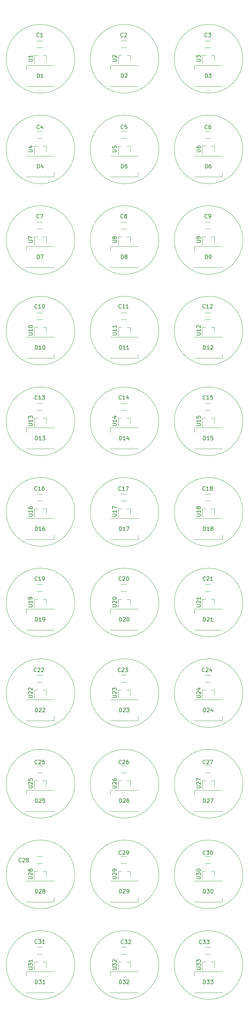
<source format=gbr>
%TF.GenerationSoftware,KiCad,Pcbnew,(6.0.7-1)-1*%
%TF.CreationDate,2023-12-02T14:15:27+01:00*%
%TF.ProjectId,11x3,31317833-2e6b-4696-9361-645f70636258,rev?*%
%TF.SameCoordinates,Original*%
%TF.FileFunction,Legend,Top*%
%TF.FilePolarity,Positive*%
%FSLAX46Y46*%
G04 Gerber Fmt 4.6, Leading zero omitted, Abs format (unit mm)*
G04 Created by KiCad (PCBNEW (6.0.7-1)-1) date 2023-12-02 14:15:27*
%MOMM*%
%LPD*%
G01*
G04 APERTURE LIST*
%ADD10C,0.100000*%
%ADD11C,0.150000*%
%ADD12C,0.120000*%
G04 APERTURE END LIST*
D10*
X90616800Y-249760000D02*
G75*
G03*
X90616800Y-249760000I-9000000J0D01*
G01*
X112616800Y-83860000D02*
G75*
G03*
X112616800Y-83860000I-9000000J0D01*
G01*
X68616800Y-60160000D02*
G75*
G03*
X68616800Y-60160000I-9000000J0D01*
G01*
X112616800Y-131260000D02*
G75*
G03*
X112616800Y-131260000I-9000000J0D01*
G01*
X112616800Y-60160000D02*
G75*
G03*
X112616800Y-60160000I-9000000J0D01*
G01*
X90616800Y-154960000D02*
G75*
G03*
X90616800Y-154960000I-9000000J0D01*
G01*
X90616800Y-131260000D02*
G75*
G03*
X90616800Y-131260000I-9000000J0D01*
G01*
X68616800Y-226060000D02*
G75*
G03*
X68616800Y-226060000I-9000000J0D01*
G01*
X112616800Y-107560000D02*
G75*
G03*
X112616800Y-107560000I-9000000J0D01*
G01*
X90616800Y-83860000D02*
G75*
G03*
X90616800Y-83860000I-9000000J0D01*
G01*
X68616800Y-131260000D02*
G75*
G03*
X68616800Y-131260000I-9000000J0D01*
G01*
X68616800Y-273460000D02*
G75*
G03*
X68616800Y-273460000I-9000000J0D01*
G01*
X90616800Y-107560000D02*
G75*
G03*
X90616800Y-107560000I-9000000J0D01*
G01*
X112616800Y-273460000D02*
G75*
G03*
X112616800Y-273460000I-9000000J0D01*
G01*
X112616800Y-202360000D02*
G75*
G03*
X112616800Y-202360000I-9000000J0D01*
G01*
X68616800Y-202360000D02*
G75*
G03*
X68616800Y-202360000I-9000000J0D01*
G01*
X112616800Y-154960000D02*
G75*
G03*
X112616800Y-154960000I-9000000J0D01*
G01*
X90616800Y-178660000D02*
G75*
G03*
X90616800Y-178660000I-9000000J0D01*
G01*
X90616800Y-202360000D02*
G75*
G03*
X90616800Y-202360000I-9000000J0D01*
G01*
X68616800Y-36460000D02*
G75*
G03*
X68616800Y-36460000I-9000000J0D01*
G01*
X68616800Y-249760000D02*
G75*
G03*
X68616800Y-249760000I-9000000J0D01*
G01*
X90616800Y-226060000D02*
G75*
G03*
X90616800Y-226060000I-9000000J0D01*
G01*
X112616800Y-36460000D02*
G75*
G03*
X112616800Y-36460000I-9000000J0D01*
G01*
X68616800Y-83860000D02*
G75*
G03*
X68616800Y-83860000I-9000000J0D01*
G01*
X90616800Y-273460000D02*
G75*
G03*
X90616800Y-273460000I-9000000J0D01*
G01*
X112616800Y-178660000D02*
G75*
G03*
X112616800Y-178660000I-9000000J0D01*
G01*
X68616800Y-154960000D02*
G75*
G03*
X68616800Y-154960000I-9000000J0D01*
G01*
X68616800Y-178660000D02*
G75*
G03*
X68616800Y-178660000I-9000000J0D01*
G01*
X112616800Y-249760000D02*
G75*
G03*
X112616800Y-249760000I-9000000J0D01*
G01*
X90616800Y-36460000D02*
G75*
G03*
X90616800Y-36460000I-9000000J0D01*
G01*
X90616800Y-60160000D02*
G75*
G03*
X90616800Y-60160000I-9000000J0D01*
G01*
X112616800Y-226060000D02*
G75*
G03*
X112616800Y-226060000I-9000000J0D01*
G01*
X68616800Y-107560000D02*
G75*
G03*
X68616800Y-107560000I-9000000J0D01*
G01*
D11*
%TO.C,D1*%
X58778105Y-41358781D02*
X58778105Y-40358781D01*
X59016201Y-40358781D01*
X59159058Y-40406401D01*
X59254296Y-40501639D01*
X59301915Y-40596877D01*
X59349534Y-40787353D01*
X59349534Y-40930210D01*
X59301915Y-41120686D01*
X59254296Y-41215924D01*
X59159058Y-41311162D01*
X59016201Y-41358781D01*
X58778105Y-41358781D01*
X60301915Y-41358781D02*
X59730486Y-41358781D01*
X60016201Y-41358781D02*
X60016201Y-40358781D01*
X59920962Y-40501639D01*
X59825724Y-40596877D01*
X59730486Y-40644496D01*
%TO.C,D2*%
X80778105Y-41358781D02*
X80778105Y-40358781D01*
X81016201Y-40358781D01*
X81159058Y-40406401D01*
X81254296Y-40501639D01*
X81301915Y-40596877D01*
X81349534Y-40787353D01*
X81349534Y-40930210D01*
X81301915Y-41120686D01*
X81254296Y-41215924D01*
X81159058Y-41311162D01*
X81016201Y-41358781D01*
X80778105Y-41358781D01*
X81730486Y-40454020D02*
X81778105Y-40406401D01*
X81873343Y-40358781D01*
X82111439Y-40358781D01*
X82206677Y-40406401D01*
X82254296Y-40454020D01*
X82301915Y-40549258D01*
X82301915Y-40644496D01*
X82254296Y-40787353D01*
X81682867Y-41358781D01*
X82301915Y-41358781D01*
%TO.C,D3*%
X102778105Y-41358781D02*
X102778105Y-40358781D01*
X103016201Y-40358781D01*
X103159058Y-40406401D01*
X103254296Y-40501639D01*
X103301915Y-40596877D01*
X103349534Y-40787353D01*
X103349534Y-40930210D01*
X103301915Y-41120686D01*
X103254296Y-41215924D01*
X103159058Y-41311162D01*
X103016201Y-41358781D01*
X102778105Y-41358781D01*
X103682867Y-40358781D02*
X104301915Y-40358781D01*
X103968581Y-40739734D01*
X104111439Y-40739734D01*
X104206677Y-40787353D01*
X104254296Y-40834972D01*
X104301915Y-40930210D01*
X104301915Y-41168305D01*
X104254296Y-41263543D01*
X104206677Y-41311162D01*
X104111439Y-41358781D01*
X103825724Y-41358781D01*
X103730486Y-41311162D01*
X103682867Y-41263543D01*
%TO.C,D4*%
X58778105Y-65058781D02*
X58778105Y-64058781D01*
X59016201Y-64058781D01*
X59159058Y-64106401D01*
X59254296Y-64201639D01*
X59301915Y-64296877D01*
X59349534Y-64487353D01*
X59349534Y-64630210D01*
X59301915Y-64820686D01*
X59254296Y-64915924D01*
X59159058Y-65011162D01*
X59016201Y-65058781D01*
X58778105Y-65058781D01*
X60206677Y-64392115D02*
X60206677Y-65058781D01*
X59968581Y-64011162D02*
X59730486Y-64725448D01*
X60349534Y-64725448D01*
%TO.C,D5*%
X80778105Y-65058781D02*
X80778105Y-64058781D01*
X81016201Y-64058781D01*
X81159058Y-64106401D01*
X81254296Y-64201639D01*
X81301915Y-64296877D01*
X81349534Y-64487353D01*
X81349534Y-64630210D01*
X81301915Y-64820686D01*
X81254296Y-64915924D01*
X81159058Y-65011162D01*
X81016201Y-65058781D01*
X80778105Y-65058781D01*
X82254296Y-64058781D02*
X81778105Y-64058781D01*
X81730486Y-64534972D01*
X81778105Y-64487353D01*
X81873343Y-64439734D01*
X82111439Y-64439734D01*
X82206677Y-64487353D01*
X82254296Y-64534972D01*
X82301915Y-64630210D01*
X82301915Y-64868305D01*
X82254296Y-64963543D01*
X82206677Y-65011162D01*
X82111439Y-65058781D01*
X81873343Y-65058781D01*
X81778105Y-65011162D01*
X81730486Y-64963543D01*
%TO.C,D6*%
X102778105Y-65058781D02*
X102778105Y-64058781D01*
X103016201Y-64058781D01*
X103159058Y-64106401D01*
X103254296Y-64201639D01*
X103301915Y-64296877D01*
X103349534Y-64487353D01*
X103349534Y-64630210D01*
X103301915Y-64820686D01*
X103254296Y-64915924D01*
X103159058Y-65011162D01*
X103016201Y-65058781D01*
X102778105Y-65058781D01*
X104206677Y-64058781D02*
X104016201Y-64058781D01*
X103920962Y-64106401D01*
X103873343Y-64154020D01*
X103778105Y-64296877D01*
X103730486Y-64487353D01*
X103730486Y-64868305D01*
X103778105Y-64963543D01*
X103825724Y-65011162D01*
X103920962Y-65058781D01*
X104111439Y-65058781D01*
X104206677Y-65011162D01*
X104254296Y-64963543D01*
X104301915Y-64868305D01*
X104301915Y-64630210D01*
X104254296Y-64534972D01*
X104206677Y-64487353D01*
X104111439Y-64439734D01*
X103920962Y-64439734D01*
X103825724Y-64487353D01*
X103778105Y-64534972D01*
X103730486Y-64630210D01*
%TO.C,D7*%
X58778105Y-88758781D02*
X58778105Y-87758781D01*
X59016201Y-87758781D01*
X59159058Y-87806401D01*
X59254296Y-87901639D01*
X59301915Y-87996877D01*
X59349534Y-88187353D01*
X59349534Y-88330210D01*
X59301915Y-88520686D01*
X59254296Y-88615924D01*
X59159058Y-88711162D01*
X59016201Y-88758781D01*
X58778105Y-88758781D01*
X59682867Y-87758781D02*
X60349534Y-87758781D01*
X59920962Y-88758781D01*
%TO.C,D8*%
X80778105Y-88758781D02*
X80778105Y-87758781D01*
X81016201Y-87758781D01*
X81159058Y-87806401D01*
X81254296Y-87901639D01*
X81301915Y-87996877D01*
X81349534Y-88187353D01*
X81349534Y-88330210D01*
X81301915Y-88520686D01*
X81254296Y-88615924D01*
X81159058Y-88711162D01*
X81016201Y-88758781D01*
X80778105Y-88758781D01*
X81920962Y-88187353D02*
X81825724Y-88139734D01*
X81778105Y-88092115D01*
X81730486Y-87996877D01*
X81730486Y-87949258D01*
X81778105Y-87854020D01*
X81825724Y-87806401D01*
X81920962Y-87758781D01*
X82111439Y-87758781D01*
X82206677Y-87806401D01*
X82254296Y-87854020D01*
X82301915Y-87949258D01*
X82301915Y-87996877D01*
X82254296Y-88092115D01*
X82206677Y-88139734D01*
X82111439Y-88187353D01*
X81920962Y-88187353D01*
X81825724Y-88234972D01*
X81778105Y-88282591D01*
X81730486Y-88377829D01*
X81730486Y-88568305D01*
X81778105Y-88663543D01*
X81825724Y-88711162D01*
X81920962Y-88758781D01*
X82111439Y-88758781D01*
X82206677Y-88711162D01*
X82254296Y-88663543D01*
X82301915Y-88568305D01*
X82301915Y-88377829D01*
X82254296Y-88282591D01*
X82206677Y-88234972D01*
X82111439Y-88187353D01*
%TO.C,D9*%
X102778105Y-88758781D02*
X102778105Y-87758781D01*
X103016201Y-87758781D01*
X103159058Y-87806401D01*
X103254296Y-87901639D01*
X103301915Y-87996877D01*
X103349534Y-88187353D01*
X103349534Y-88330210D01*
X103301915Y-88520686D01*
X103254296Y-88615924D01*
X103159058Y-88711162D01*
X103016201Y-88758781D01*
X102778105Y-88758781D01*
X103825724Y-88758781D02*
X104016201Y-88758781D01*
X104111439Y-88711162D01*
X104159058Y-88663543D01*
X104254296Y-88520686D01*
X104301915Y-88330210D01*
X104301915Y-87949258D01*
X104254296Y-87854020D01*
X104206677Y-87806401D01*
X104111439Y-87758781D01*
X103920962Y-87758781D01*
X103825724Y-87806401D01*
X103778105Y-87854020D01*
X103730486Y-87949258D01*
X103730486Y-88187353D01*
X103778105Y-88282591D01*
X103825724Y-88330210D01*
X103920962Y-88377829D01*
X104111439Y-88377829D01*
X104206677Y-88330210D01*
X104254296Y-88282591D01*
X104301915Y-88187353D01*
%TO.C,D10*%
X58301915Y-112458781D02*
X58301915Y-111458781D01*
X58540010Y-111458781D01*
X58682867Y-111506401D01*
X58778105Y-111601639D01*
X58825724Y-111696877D01*
X58873343Y-111887353D01*
X58873343Y-112030210D01*
X58825724Y-112220686D01*
X58778105Y-112315924D01*
X58682867Y-112411162D01*
X58540010Y-112458781D01*
X58301915Y-112458781D01*
X59825724Y-112458781D02*
X59254296Y-112458781D01*
X59540010Y-112458781D02*
X59540010Y-111458781D01*
X59444772Y-111601639D01*
X59349534Y-111696877D01*
X59254296Y-111744496D01*
X60444772Y-111458781D02*
X60540010Y-111458781D01*
X60635248Y-111506401D01*
X60682867Y-111554020D01*
X60730486Y-111649258D01*
X60778105Y-111839734D01*
X60778105Y-112077829D01*
X60730486Y-112268305D01*
X60682867Y-112363543D01*
X60635248Y-112411162D01*
X60540010Y-112458781D01*
X60444772Y-112458781D01*
X60349534Y-112411162D01*
X60301915Y-112363543D01*
X60254296Y-112268305D01*
X60206677Y-112077829D01*
X60206677Y-111839734D01*
X60254296Y-111649258D01*
X60301915Y-111554020D01*
X60349534Y-111506401D01*
X60444772Y-111458781D01*
%TO.C,D11*%
X80301915Y-112458781D02*
X80301915Y-111458781D01*
X80540010Y-111458781D01*
X80682867Y-111506401D01*
X80778105Y-111601639D01*
X80825724Y-111696877D01*
X80873343Y-111887353D01*
X80873343Y-112030210D01*
X80825724Y-112220686D01*
X80778105Y-112315924D01*
X80682867Y-112411162D01*
X80540010Y-112458781D01*
X80301915Y-112458781D01*
X81825724Y-112458781D02*
X81254296Y-112458781D01*
X81540010Y-112458781D02*
X81540010Y-111458781D01*
X81444772Y-111601639D01*
X81349534Y-111696877D01*
X81254296Y-111744496D01*
X82778105Y-112458781D02*
X82206677Y-112458781D01*
X82492391Y-112458781D02*
X82492391Y-111458781D01*
X82397153Y-111601639D01*
X82301915Y-111696877D01*
X82206677Y-111744496D01*
%TO.C,D12*%
X102301915Y-112458781D02*
X102301915Y-111458781D01*
X102540010Y-111458781D01*
X102682867Y-111506401D01*
X102778105Y-111601639D01*
X102825724Y-111696877D01*
X102873343Y-111887353D01*
X102873343Y-112030210D01*
X102825724Y-112220686D01*
X102778105Y-112315924D01*
X102682867Y-112411162D01*
X102540010Y-112458781D01*
X102301915Y-112458781D01*
X103825724Y-112458781D02*
X103254296Y-112458781D01*
X103540010Y-112458781D02*
X103540010Y-111458781D01*
X103444772Y-111601639D01*
X103349534Y-111696877D01*
X103254296Y-111744496D01*
X104206677Y-111554020D02*
X104254296Y-111506401D01*
X104349534Y-111458781D01*
X104587629Y-111458781D01*
X104682867Y-111506401D01*
X104730486Y-111554020D01*
X104778105Y-111649258D01*
X104778105Y-111744496D01*
X104730486Y-111887353D01*
X104159058Y-112458781D01*
X104778105Y-112458781D01*
%TO.C,D13*%
X58301915Y-136158781D02*
X58301915Y-135158781D01*
X58540010Y-135158781D01*
X58682867Y-135206401D01*
X58778105Y-135301639D01*
X58825724Y-135396877D01*
X58873343Y-135587353D01*
X58873343Y-135730210D01*
X58825724Y-135920686D01*
X58778105Y-136015924D01*
X58682867Y-136111162D01*
X58540010Y-136158781D01*
X58301915Y-136158781D01*
X59825724Y-136158781D02*
X59254296Y-136158781D01*
X59540010Y-136158781D02*
X59540010Y-135158781D01*
X59444772Y-135301639D01*
X59349534Y-135396877D01*
X59254296Y-135444496D01*
X60159058Y-135158781D02*
X60778105Y-135158781D01*
X60444772Y-135539734D01*
X60587629Y-135539734D01*
X60682867Y-135587353D01*
X60730486Y-135634972D01*
X60778105Y-135730210D01*
X60778105Y-135968305D01*
X60730486Y-136063543D01*
X60682867Y-136111162D01*
X60587629Y-136158781D01*
X60301915Y-136158781D01*
X60206677Y-136111162D01*
X60159058Y-136063543D01*
%TO.C,D14*%
X80301915Y-136158781D02*
X80301915Y-135158781D01*
X80540010Y-135158781D01*
X80682867Y-135206401D01*
X80778105Y-135301639D01*
X80825724Y-135396877D01*
X80873343Y-135587353D01*
X80873343Y-135730210D01*
X80825724Y-135920686D01*
X80778105Y-136015924D01*
X80682867Y-136111162D01*
X80540010Y-136158781D01*
X80301915Y-136158781D01*
X81825724Y-136158781D02*
X81254296Y-136158781D01*
X81540010Y-136158781D02*
X81540010Y-135158781D01*
X81444772Y-135301639D01*
X81349534Y-135396877D01*
X81254296Y-135444496D01*
X82682867Y-135492115D02*
X82682867Y-136158781D01*
X82444772Y-135111162D02*
X82206677Y-135825448D01*
X82825724Y-135825448D01*
%TO.C,D15*%
X102301915Y-136158781D02*
X102301915Y-135158781D01*
X102540010Y-135158781D01*
X102682867Y-135206401D01*
X102778105Y-135301639D01*
X102825724Y-135396877D01*
X102873343Y-135587353D01*
X102873343Y-135730210D01*
X102825724Y-135920686D01*
X102778105Y-136015924D01*
X102682867Y-136111162D01*
X102540010Y-136158781D01*
X102301915Y-136158781D01*
X103825724Y-136158781D02*
X103254296Y-136158781D01*
X103540010Y-136158781D02*
X103540010Y-135158781D01*
X103444772Y-135301639D01*
X103349534Y-135396877D01*
X103254296Y-135444496D01*
X104730486Y-135158781D02*
X104254296Y-135158781D01*
X104206677Y-135634972D01*
X104254296Y-135587353D01*
X104349534Y-135539734D01*
X104587629Y-135539734D01*
X104682867Y-135587353D01*
X104730486Y-135634972D01*
X104778105Y-135730210D01*
X104778105Y-135968305D01*
X104730486Y-136063543D01*
X104682867Y-136111162D01*
X104587629Y-136158781D01*
X104349534Y-136158781D01*
X104254296Y-136111162D01*
X104206677Y-136063543D01*
%TO.C,D16*%
X58301915Y-159858781D02*
X58301915Y-158858781D01*
X58540010Y-158858781D01*
X58682867Y-158906401D01*
X58778105Y-159001639D01*
X58825724Y-159096877D01*
X58873343Y-159287353D01*
X58873343Y-159430210D01*
X58825724Y-159620686D01*
X58778105Y-159715924D01*
X58682867Y-159811162D01*
X58540010Y-159858781D01*
X58301915Y-159858781D01*
X59825724Y-159858781D02*
X59254296Y-159858781D01*
X59540010Y-159858781D02*
X59540010Y-158858781D01*
X59444772Y-159001639D01*
X59349534Y-159096877D01*
X59254296Y-159144496D01*
X60682867Y-158858781D02*
X60492391Y-158858781D01*
X60397153Y-158906401D01*
X60349534Y-158954020D01*
X60254296Y-159096877D01*
X60206677Y-159287353D01*
X60206677Y-159668305D01*
X60254296Y-159763543D01*
X60301915Y-159811162D01*
X60397153Y-159858781D01*
X60587629Y-159858781D01*
X60682867Y-159811162D01*
X60730486Y-159763543D01*
X60778105Y-159668305D01*
X60778105Y-159430210D01*
X60730486Y-159334972D01*
X60682867Y-159287353D01*
X60587629Y-159239734D01*
X60397153Y-159239734D01*
X60301915Y-159287353D01*
X60254296Y-159334972D01*
X60206677Y-159430210D01*
%TO.C,D17*%
X80301915Y-159858781D02*
X80301915Y-158858781D01*
X80540010Y-158858781D01*
X80682867Y-158906401D01*
X80778105Y-159001639D01*
X80825724Y-159096877D01*
X80873343Y-159287353D01*
X80873343Y-159430210D01*
X80825724Y-159620686D01*
X80778105Y-159715924D01*
X80682867Y-159811162D01*
X80540010Y-159858781D01*
X80301915Y-159858781D01*
X81825724Y-159858781D02*
X81254296Y-159858781D01*
X81540010Y-159858781D02*
X81540010Y-158858781D01*
X81444772Y-159001639D01*
X81349534Y-159096877D01*
X81254296Y-159144496D01*
X82159058Y-158858781D02*
X82825724Y-158858781D01*
X82397153Y-159858781D01*
%TO.C,D18*%
X102301915Y-159858781D02*
X102301915Y-158858781D01*
X102540010Y-158858781D01*
X102682867Y-158906401D01*
X102778105Y-159001639D01*
X102825724Y-159096877D01*
X102873343Y-159287353D01*
X102873343Y-159430210D01*
X102825724Y-159620686D01*
X102778105Y-159715924D01*
X102682867Y-159811162D01*
X102540010Y-159858781D01*
X102301915Y-159858781D01*
X103825724Y-159858781D02*
X103254296Y-159858781D01*
X103540010Y-159858781D02*
X103540010Y-158858781D01*
X103444772Y-159001639D01*
X103349534Y-159096877D01*
X103254296Y-159144496D01*
X104397153Y-159287353D02*
X104301915Y-159239734D01*
X104254296Y-159192115D01*
X104206677Y-159096877D01*
X104206677Y-159049258D01*
X104254296Y-158954020D01*
X104301915Y-158906401D01*
X104397153Y-158858781D01*
X104587629Y-158858781D01*
X104682867Y-158906401D01*
X104730486Y-158954020D01*
X104778105Y-159049258D01*
X104778105Y-159096877D01*
X104730486Y-159192115D01*
X104682867Y-159239734D01*
X104587629Y-159287353D01*
X104397153Y-159287353D01*
X104301915Y-159334972D01*
X104254296Y-159382591D01*
X104206677Y-159477829D01*
X104206677Y-159668305D01*
X104254296Y-159763543D01*
X104301915Y-159811162D01*
X104397153Y-159858781D01*
X104587629Y-159858781D01*
X104682867Y-159811162D01*
X104730486Y-159763543D01*
X104778105Y-159668305D01*
X104778105Y-159477829D01*
X104730486Y-159382591D01*
X104682867Y-159334972D01*
X104587629Y-159287353D01*
%TO.C,D19*%
X58301915Y-183558781D02*
X58301915Y-182558781D01*
X58540010Y-182558781D01*
X58682867Y-182606401D01*
X58778105Y-182701639D01*
X58825724Y-182796877D01*
X58873343Y-182987353D01*
X58873343Y-183130210D01*
X58825724Y-183320686D01*
X58778105Y-183415924D01*
X58682867Y-183511162D01*
X58540010Y-183558781D01*
X58301915Y-183558781D01*
X59825724Y-183558781D02*
X59254296Y-183558781D01*
X59540010Y-183558781D02*
X59540010Y-182558781D01*
X59444772Y-182701639D01*
X59349534Y-182796877D01*
X59254296Y-182844496D01*
X60301915Y-183558781D02*
X60492391Y-183558781D01*
X60587629Y-183511162D01*
X60635248Y-183463543D01*
X60730486Y-183320686D01*
X60778105Y-183130210D01*
X60778105Y-182749258D01*
X60730486Y-182654020D01*
X60682867Y-182606401D01*
X60587629Y-182558781D01*
X60397153Y-182558781D01*
X60301915Y-182606401D01*
X60254296Y-182654020D01*
X60206677Y-182749258D01*
X60206677Y-182987353D01*
X60254296Y-183082591D01*
X60301915Y-183130210D01*
X60397153Y-183177829D01*
X60587629Y-183177829D01*
X60682867Y-183130210D01*
X60730486Y-183082591D01*
X60778105Y-182987353D01*
%TO.C,D20*%
X80301915Y-183558781D02*
X80301915Y-182558781D01*
X80540010Y-182558781D01*
X80682867Y-182606401D01*
X80778105Y-182701639D01*
X80825724Y-182796877D01*
X80873343Y-182987353D01*
X80873343Y-183130210D01*
X80825724Y-183320686D01*
X80778105Y-183415924D01*
X80682867Y-183511162D01*
X80540010Y-183558781D01*
X80301915Y-183558781D01*
X81254296Y-182654020D02*
X81301915Y-182606401D01*
X81397153Y-182558781D01*
X81635248Y-182558781D01*
X81730486Y-182606401D01*
X81778105Y-182654020D01*
X81825724Y-182749258D01*
X81825724Y-182844496D01*
X81778105Y-182987353D01*
X81206677Y-183558781D01*
X81825724Y-183558781D01*
X82444772Y-182558781D02*
X82540010Y-182558781D01*
X82635248Y-182606401D01*
X82682867Y-182654020D01*
X82730486Y-182749258D01*
X82778105Y-182939734D01*
X82778105Y-183177829D01*
X82730486Y-183368305D01*
X82682867Y-183463543D01*
X82635248Y-183511162D01*
X82540010Y-183558781D01*
X82444772Y-183558781D01*
X82349534Y-183511162D01*
X82301915Y-183463543D01*
X82254296Y-183368305D01*
X82206677Y-183177829D01*
X82206677Y-182939734D01*
X82254296Y-182749258D01*
X82301915Y-182654020D01*
X82349534Y-182606401D01*
X82444772Y-182558781D01*
%TO.C,D21*%
X102301915Y-183558781D02*
X102301915Y-182558781D01*
X102540010Y-182558781D01*
X102682867Y-182606401D01*
X102778105Y-182701639D01*
X102825724Y-182796877D01*
X102873343Y-182987353D01*
X102873343Y-183130210D01*
X102825724Y-183320686D01*
X102778105Y-183415924D01*
X102682867Y-183511162D01*
X102540010Y-183558781D01*
X102301915Y-183558781D01*
X103254296Y-182654020D02*
X103301915Y-182606401D01*
X103397153Y-182558781D01*
X103635248Y-182558781D01*
X103730486Y-182606401D01*
X103778105Y-182654020D01*
X103825724Y-182749258D01*
X103825724Y-182844496D01*
X103778105Y-182987353D01*
X103206677Y-183558781D01*
X103825724Y-183558781D01*
X104778105Y-183558781D02*
X104206677Y-183558781D01*
X104492391Y-183558781D02*
X104492391Y-182558781D01*
X104397153Y-182701639D01*
X104301915Y-182796877D01*
X104206677Y-182844496D01*
%TO.C,D22*%
X58301915Y-207258781D02*
X58301915Y-206258781D01*
X58540010Y-206258781D01*
X58682867Y-206306401D01*
X58778105Y-206401639D01*
X58825724Y-206496877D01*
X58873343Y-206687353D01*
X58873343Y-206830210D01*
X58825724Y-207020686D01*
X58778105Y-207115924D01*
X58682867Y-207211162D01*
X58540010Y-207258781D01*
X58301915Y-207258781D01*
X59254296Y-206354020D02*
X59301915Y-206306401D01*
X59397153Y-206258781D01*
X59635248Y-206258781D01*
X59730486Y-206306401D01*
X59778105Y-206354020D01*
X59825724Y-206449258D01*
X59825724Y-206544496D01*
X59778105Y-206687353D01*
X59206677Y-207258781D01*
X59825724Y-207258781D01*
X60206677Y-206354020D02*
X60254296Y-206306401D01*
X60349534Y-206258781D01*
X60587629Y-206258781D01*
X60682867Y-206306401D01*
X60730486Y-206354020D01*
X60778105Y-206449258D01*
X60778105Y-206544496D01*
X60730486Y-206687353D01*
X60159058Y-207258781D01*
X60778105Y-207258781D01*
%TO.C,D23*%
X80301915Y-207258781D02*
X80301915Y-206258781D01*
X80540010Y-206258781D01*
X80682867Y-206306401D01*
X80778105Y-206401639D01*
X80825724Y-206496877D01*
X80873343Y-206687353D01*
X80873343Y-206830210D01*
X80825724Y-207020686D01*
X80778105Y-207115924D01*
X80682867Y-207211162D01*
X80540010Y-207258781D01*
X80301915Y-207258781D01*
X81254296Y-206354020D02*
X81301915Y-206306401D01*
X81397153Y-206258781D01*
X81635248Y-206258781D01*
X81730486Y-206306401D01*
X81778105Y-206354020D01*
X81825724Y-206449258D01*
X81825724Y-206544496D01*
X81778105Y-206687353D01*
X81206677Y-207258781D01*
X81825724Y-207258781D01*
X82159058Y-206258781D02*
X82778105Y-206258781D01*
X82444772Y-206639734D01*
X82587629Y-206639734D01*
X82682867Y-206687353D01*
X82730486Y-206734972D01*
X82778105Y-206830210D01*
X82778105Y-207068305D01*
X82730486Y-207163543D01*
X82682867Y-207211162D01*
X82587629Y-207258781D01*
X82301915Y-207258781D01*
X82206677Y-207211162D01*
X82159058Y-207163543D01*
%TO.C,D24*%
X102301915Y-207258781D02*
X102301915Y-206258781D01*
X102540010Y-206258781D01*
X102682867Y-206306401D01*
X102778105Y-206401639D01*
X102825724Y-206496877D01*
X102873343Y-206687353D01*
X102873343Y-206830210D01*
X102825724Y-207020686D01*
X102778105Y-207115924D01*
X102682867Y-207211162D01*
X102540010Y-207258781D01*
X102301915Y-207258781D01*
X103254296Y-206354020D02*
X103301915Y-206306401D01*
X103397153Y-206258781D01*
X103635248Y-206258781D01*
X103730486Y-206306401D01*
X103778105Y-206354020D01*
X103825724Y-206449258D01*
X103825724Y-206544496D01*
X103778105Y-206687353D01*
X103206677Y-207258781D01*
X103825724Y-207258781D01*
X104682867Y-206592115D02*
X104682867Y-207258781D01*
X104444772Y-206211162D02*
X104206677Y-206925448D01*
X104825724Y-206925448D01*
%TO.C,U1*%
X56492380Y-37121904D02*
X57301904Y-37121904D01*
X57397142Y-37074285D01*
X57444761Y-37026666D01*
X57492380Y-36931428D01*
X57492380Y-36740952D01*
X57444761Y-36645714D01*
X57397142Y-36598095D01*
X57301904Y-36550476D01*
X56492380Y-36550476D01*
X57492380Y-35550476D02*
X57492380Y-36121904D01*
X57492380Y-35836190D02*
X56492380Y-35836190D01*
X56635238Y-35931428D01*
X56730476Y-36026666D01*
X56778095Y-36121904D01*
%TO.C,U2*%
X78492380Y-37121904D02*
X79301904Y-37121904D01*
X79397142Y-37074285D01*
X79444761Y-37026666D01*
X79492380Y-36931428D01*
X79492380Y-36740952D01*
X79444761Y-36645714D01*
X79397142Y-36598095D01*
X79301904Y-36550476D01*
X78492380Y-36550476D01*
X78587619Y-36121904D02*
X78540000Y-36074285D01*
X78492380Y-35979047D01*
X78492380Y-35740952D01*
X78540000Y-35645714D01*
X78587619Y-35598095D01*
X78682857Y-35550476D01*
X78778095Y-35550476D01*
X78920952Y-35598095D01*
X79492380Y-36169523D01*
X79492380Y-35550476D01*
%TO.C,U3*%
X100492380Y-37121904D02*
X101301904Y-37121904D01*
X101397142Y-37074285D01*
X101444761Y-37026666D01*
X101492380Y-36931428D01*
X101492380Y-36740952D01*
X101444761Y-36645714D01*
X101397142Y-36598095D01*
X101301904Y-36550476D01*
X100492380Y-36550476D01*
X100492380Y-36169523D02*
X100492380Y-35550476D01*
X100873333Y-35883809D01*
X100873333Y-35740952D01*
X100920952Y-35645714D01*
X100968571Y-35598095D01*
X101063809Y-35550476D01*
X101301904Y-35550476D01*
X101397142Y-35598095D01*
X101444761Y-35645714D01*
X101492380Y-35740952D01*
X101492380Y-36026666D01*
X101444761Y-36121904D01*
X101397142Y-36169523D01*
%TO.C,U4*%
X56492380Y-60821904D02*
X57301904Y-60821904D01*
X57397142Y-60774285D01*
X57444761Y-60726666D01*
X57492380Y-60631428D01*
X57492380Y-60440952D01*
X57444761Y-60345714D01*
X57397142Y-60298095D01*
X57301904Y-60250476D01*
X56492380Y-60250476D01*
X56825714Y-59345714D02*
X57492380Y-59345714D01*
X56444761Y-59583809D02*
X57159047Y-59821904D01*
X57159047Y-59202857D01*
%TO.C,U5*%
X78492380Y-60821904D02*
X79301904Y-60821904D01*
X79397142Y-60774285D01*
X79444761Y-60726666D01*
X79492380Y-60631428D01*
X79492380Y-60440952D01*
X79444761Y-60345714D01*
X79397142Y-60298095D01*
X79301904Y-60250476D01*
X78492380Y-60250476D01*
X78492380Y-59298095D02*
X78492380Y-59774285D01*
X78968571Y-59821904D01*
X78920952Y-59774285D01*
X78873333Y-59679047D01*
X78873333Y-59440952D01*
X78920952Y-59345714D01*
X78968571Y-59298095D01*
X79063809Y-59250476D01*
X79301904Y-59250476D01*
X79397142Y-59298095D01*
X79444761Y-59345714D01*
X79492380Y-59440952D01*
X79492380Y-59679047D01*
X79444761Y-59774285D01*
X79397142Y-59821904D01*
%TO.C,U6*%
X100492380Y-60821904D02*
X101301904Y-60821904D01*
X101397142Y-60774285D01*
X101444761Y-60726666D01*
X101492380Y-60631428D01*
X101492380Y-60440952D01*
X101444761Y-60345714D01*
X101397142Y-60298095D01*
X101301904Y-60250476D01*
X100492380Y-60250476D01*
X100492380Y-59345714D02*
X100492380Y-59536190D01*
X100540000Y-59631428D01*
X100587619Y-59679047D01*
X100730476Y-59774285D01*
X100920952Y-59821904D01*
X101301904Y-59821904D01*
X101397142Y-59774285D01*
X101444761Y-59726666D01*
X101492380Y-59631428D01*
X101492380Y-59440952D01*
X101444761Y-59345714D01*
X101397142Y-59298095D01*
X101301904Y-59250476D01*
X101063809Y-59250476D01*
X100968571Y-59298095D01*
X100920952Y-59345714D01*
X100873333Y-59440952D01*
X100873333Y-59631428D01*
X100920952Y-59726666D01*
X100968571Y-59774285D01*
X101063809Y-59821904D01*
%TO.C,U7*%
X56492380Y-84521904D02*
X57301904Y-84521904D01*
X57397142Y-84474285D01*
X57444761Y-84426666D01*
X57492380Y-84331428D01*
X57492380Y-84140952D01*
X57444761Y-84045714D01*
X57397142Y-83998095D01*
X57301904Y-83950476D01*
X56492380Y-83950476D01*
X56492380Y-83569523D02*
X56492380Y-82902857D01*
X57492380Y-83331428D01*
%TO.C,U8*%
X78492380Y-84521904D02*
X79301904Y-84521904D01*
X79397142Y-84474285D01*
X79444761Y-84426666D01*
X79492380Y-84331428D01*
X79492380Y-84140952D01*
X79444761Y-84045714D01*
X79397142Y-83998095D01*
X79301904Y-83950476D01*
X78492380Y-83950476D01*
X78920952Y-83331428D02*
X78873333Y-83426666D01*
X78825714Y-83474285D01*
X78730476Y-83521904D01*
X78682857Y-83521904D01*
X78587619Y-83474285D01*
X78540000Y-83426666D01*
X78492380Y-83331428D01*
X78492380Y-83140952D01*
X78540000Y-83045714D01*
X78587619Y-82998095D01*
X78682857Y-82950476D01*
X78730476Y-82950476D01*
X78825714Y-82998095D01*
X78873333Y-83045714D01*
X78920952Y-83140952D01*
X78920952Y-83331428D01*
X78968571Y-83426666D01*
X79016190Y-83474285D01*
X79111428Y-83521904D01*
X79301904Y-83521904D01*
X79397142Y-83474285D01*
X79444761Y-83426666D01*
X79492380Y-83331428D01*
X79492380Y-83140952D01*
X79444761Y-83045714D01*
X79397142Y-82998095D01*
X79301904Y-82950476D01*
X79111428Y-82950476D01*
X79016190Y-82998095D01*
X78968571Y-83045714D01*
X78920952Y-83140952D01*
%TO.C,U9*%
X100492380Y-84521904D02*
X101301904Y-84521904D01*
X101397142Y-84474285D01*
X101444761Y-84426666D01*
X101492380Y-84331428D01*
X101492380Y-84140952D01*
X101444761Y-84045714D01*
X101397142Y-83998095D01*
X101301904Y-83950476D01*
X100492380Y-83950476D01*
X101492380Y-83426666D02*
X101492380Y-83236190D01*
X101444761Y-83140952D01*
X101397142Y-83093333D01*
X101254285Y-82998095D01*
X101063809Y-82950476D01*
X100682857Y-82950476D01*
X100587619Y-82998095D01*
X100540000Y-83045714D01*
X100492380Y-83140952D01*
X100492380Y-83331428D01*
X100540000Y-83426666D01*
X100587619Y-83474285D01*
X100682857Y-83521904D01*
X100920952Y-83521904D01*
X101016190Y-83474285D01*
X101063809Y-83426666D01*
X101111428Y-83331428D01*
X101111428Y-83140952D01*
X101063809Y-83045714D01*
X101016190Y-82998095D01*
X100920952Y-82950476D01*
%TO.C,U10*%
X56492380Y-108698095D02*
X57301904Y-108698095D01*
X57397142Y-108650476D01*
X57444761Y-108602857D01*
X57492380Y-108507619D01*
X57492380Y-108317142D01*
X57444761Y-108221904D01*
X57397142Y-108174285D01*
X57301904Y-108126666D01*
X56492380Y-108126666D01*
X57492380Y-107126666D02*
X57492380Y-107698095D01*
X57492380Y-107412380D02*
X56492380Y-107412380D01*
X56635238Y-107507619D01*
X56730476Y-107602857D01*
X56778095Y-107698095D01*
X56492380Y-106507619D02*
X56492380Y-106412380D01*
X56540000Y-106317142D01*
X56587619Y-106269523D01*
X56682857Y-106221904D01*
X56873333Y-106174285D01*
X57111428Y-106174285D01*
X57301904Y-106221904D01*
X57397142Y-106269523D01*
X57444761Y-106317142D01*
X57492380Y-106412380D01*
X57492380Y-106507619D01*
X57444761Y-106602857D01*
X57397142Y-106650476D01*
X57301904Y-106698095D01*
X57111428Y-106745714D01*
X56873333Y-106745714D01*
X56682857Y-106698095D01*
X56587619Y-106650476D01*
X56540000Y-106602857D01*
X56492380Y-106507619D01*
%TO.C,U11*%
X78492380Y-108698095D02*
X79301904Y-108698095D01*
X79397142Y-108650476D01*
X79444761Y-108602857D01*
X79492380Y-108507619D01*
X79492380Y-108317142D01*
X79444761Y-108221904D01*
X79397142Y-108174285D01*
X79301904Y-108126666D01*
X78492380Y-108126666D01*
X79492380Y-107126666D02*
X79492380Y-107698095D01*
X79492380Y-107412380D02*
X78492380Y-107412380D01*
X78635238Y-107507619D01*
X78730476Y-107602857D01*
X78778095Y-107698095D01*
X79492380Y-106174285D02*
X79492380Y-106745714D01*
X79492380Y-106460000D02*
X78492380Y-106460000D01*
X78635238Y-106555238D01*
X78730476Y-106650476D01*
X78778095Y-106745714D01*
%TO.C,U12*%
X100492380Y-108698095D02*
X101301904Y-108698095D01*
X101397142Y-108650476D01*
X101444761Y-108602857D01*
X101492380Y-108507619D01*
X101492380Y-108317142D01*
X101444761Y-108221904D01*
X101397142Y-108174285D01*
X101301904Y-108126666D01*
X100492380Y-108126666D01*
X101492380Y-107126666D02*
X101492380Y-107698095D01*
X101492380Y-107412380D02*
X100492380Y-107412380D01*
X100635238Y-107507619D01*
X100730476Y-107602857D01*
X100778095Y-107698095D01*
X100587619Y-106745714D02*
X100540000Y-106698095D01*
X100492380Y-106602857D01*
X100492380Y-106364761D01*
X100540000Y-106269523D01*
X100587619Y-106221904D01*
X100682857Y-106174285D01*
X100778095Y-106174285D01*
X100920952Y-106221904D01*
X101492380Y-106793333D01*
X101492380Y-106174285D01*
%TO.C,U13*%
X56492380Y-132398095D02*
X57301904Y-132398095D01*
X57397142Y-132350476D01*
X57444761Y-132302857D01*
X57492380Y-132207619D01*
X57492380Y-132017142D01*
X57444761Y-131921904D01*
X57397142Y-131874285D01*
X57301904Y-131826666D01*
X56492380Y-131826666D01*
X57492380Y-130826666D02*
X57492380Y-131398095D01*
X57492380Y-131112380D02*
X56492380Y-131112380D01*
X56635238Y-131207619D01*
X56730476Y-131302857D01*
X56778095Y-131398095D01*
X56492380Y-130493333D02*
X56492380Y-129874285D01*
X56873333Y-130207619D01*
X56873333Y-130064761D01*
X56920952Y-129969523D01*
X56968571Y-129921904D01*
X57063809Y-129874285D01*
X57301904Y-129874285D01*
X57397142Y-129921904D01*
X57444761Y-129969523D01*
X57492380Y-130064761D01*
X57492380Y-130350476D01*
X57444761Y-130445714D01*
X57397142Y-130493333D01*
%TO.C,U14*%
X78492380Y-132398095D02*
X79301904Y-132398095D01*
X79397142Y-132350476D01*
X79444761Y-132302857D01*
X79492380Y-132207619D01*
X79492380Y-132017142D01*
X79444761Y-131921904D01*
X79397142Y-131874285D01*
X79301904Y-131826666D01*
X78492380Y-131826666D01*
X79492380Y-130826666D02*
X79492380Y-131398095D01*
X79492380Y-131112380D02*
X78492380Y-131112380D01*
X78635238Y-131207619D01*
X78730476Y-131302857D01*
X78778095Y-131398095D01*
X78825714Y-129969523D02*
X79492380Y-129969523D01*
X78444761Y-130207619D02*
X79159047Y-130445714D01*
X79159047Y-129826666D01*
%TO.C,U15*%
X100492380Y-132398095D02*
X101301904Y-132398095D01*
X101397142Y-132350476D01*
X101444761Y-132302857D01*
X101492380Y-132207619D01*
X101492380Y-132017142D01*
X101444761Y-131921904D01*
X101397142Y-131874285D01*
X101301904Y-131826666D01*
X100492380Y-131826666D01*
X101492380Y-130826666D02*
X101492380Y-131398095D01*
X101492380Y-131112380D02*
X100492380Y-131112380D01*
X100635238Y-131207619D01*
X100730476Y-131302857D01*
X100778095Y-131398095D01*
X100492380Y-129921904D02*
X100492380Y-130398095D01*
X100968571Y-130445714D01*
X100920952Y-130398095D01*
X100873333Y-130302857D01*
X100873333Y-130064761D01*
X100920952Y-129969523D01*
X100968571Y-129921904D01*
X101063809Y-129874285D01*
X101301904Y-129874285D01*
X101397142Y-129921904D01*
X101444761Y-129969523D01*
X101492380Y-130064761D01*
X101492380Y-130302857D01*
X101444761Y-130398095D01*
X101397142Y-130445714D01*
%TO.C,U16*%
X56492380Y-156098095D02*
X57301904Y-156098095D01*
X57397142Y-156050476D01*
X57444761Y-156002857D01*
X57492380Y-155907619D01*
X57492380Y-155717142D01*
X57444761Y-155621904D01*
X57397142Y-155574285D01*
X57301904Y-155526666D01*
X56492380Y-155526666D01*
X57492380Y-154526666D02*
X57492380Y-155098095D01*
X57492380Y-154812380D02*
X56492380Y-154812380D01*
X56635238Y-154907619D01*
X56730476Y-155002857D01*
X56778095Y-155098095D01*
X56492380Y-153669523D02*
X56492380Y-153860000D01*
X56540000Y-153955238D01*
X56587619Y-154002857D01*
X56730476Y-154098095D01*
X56920952Y-154145714D01*
X57301904Y-154145714D01*
X57397142Y-154098095D01*
X57444761Y-154050476D01*
X57492380Y-153955238D01*
X57492380Y-153764761D01*
X57444761Y-153669523D01*
X57397142Y-153621904D01*
X57301904Y-153574285D01*
X57063809Y-153574285D01*
X56968571Y-153621904D01*
X56920952Y-153669523D01*
X56873333Y-153764761D01*
X56873333Y-153955238D01*
X56920952Y-154050476D01*
X56968571Y-154098095D01*
X57063809Y-154145714D01*
%TO.C,U17*%
X78492380Y-156098095D02*
X79301904Y-156098095D01*
X79397142Y-156050476D01*
X79444761Y-156002857D01*
X79492380Y-155907619D01*
X79492380Y-155717142D01*
X79444761Y-155621904D01*
X79397142Y-155574285D01*
X79301904Y-155526666D01*
X78492380Y-155526666D01*
X79492380Y-154526666D02*
X79492380Y-155098095D01*
X79492380Y-154812380D02*
X78492380Y-154812380D01*
X78635238Y-154907619D01*
X78730476Y-155002857D01*
X78778095Y-155098095D01*
X78492380Y-154193333D02*
X78492380Y-153526666D01*
X79492380Y-153955238D01*
%TO.C,U18*%
X100492380Y-156098095D02*
X101301904Y-156098095D01*
X101397142Y-156050476D01*
X101444761Y-156002857D01*
X101492380Y-155907619D01*
X101492380Y-155717142D01*
X101444761Y-155621904D01*
X101397142Y-155574285D01*
X101301904Y-155526666D01*
X100492380Y-155526666D01*
X101492380Y-154526666D02*
X101492380Y-155098095D01*
X101492380Y-154812380D02*
X100492380Y-154812380D01*
X100635238Y-154907619D01*
X100730476Y-155002857D01*
X100778095Y-155098095D01*
X100920952Y-153955238D02*
X100873333Y-154050476D01*
X100825714Y-154098095D01*
X100730476Y-154145714D01*
X100682857Y-154145714D01*
X100587619Y-154098095D01*
X100540000Y-154050476D01*
X100492380Y-153955238D01*
X100492380Y-153764761D01*
X100540000Y-153669523D01*
X100587619Y-153621904D01*
X100682857Y-153574285D01*
X100730476Y-153574285D01*
X100825714Y-153621904D01*
X100873333Y-153669523D01*
X100920952Y-153764761D01*
X100920952Y-153955238D01*
X100968571Y-154050476D01*
X101016190Y-154098095D01*
X101111428Y-154145714D01*
X101301904Y-154145714D01*
X101397142Y-154098095D01*
X101444761Y-154050476D01*
X101492380Y-153955238D01*
X101492380Y-153764761D01*
X101444761Y-153669523D01*
X101397142Y-153621904D01*
X101301904Y-153574285D01*
X101111428Y-153574285D01*
X101016190Y-153621904D01*
X100968571Y-153669523D01*
X100920952Y-153764761D01*
%TO.C,U19*%
X56492380Y-179798095D02*
X57301904Y-179798095D01*
X57397142Y-179750476D01*
X57444761Y-179702857D01*
X57492380Y-179607619D01*
X57492380Y-179417142D01*
X57444761Y-179321904D01*
X57397142Y-179274285D01*
X57301904Y-179226666D01*
X56492380Y-179226666D01*
X57492380Y-178226666D02*
X57492380Y-178798095D01*
X57492380Y-178512380D02*
X56492380Y-178512380D01*
X56635238Y-178607619D01*
X56730476Y-178702857D01*
X56778095Y-178798095D01*
X57492380Y-177750476D02*
X57492380Y-177560000D01*
X57444761Y-177464761D01*
X57397142Y-177417142D01*
X57254285Y-177321904D01*
X57063809Y-177274285D01*
X56682857Y-177274285D01*
X56587619Y-177321904D01*
X56540000Y-177369523D01*
X56492380Y-177464761D01*
X56492380Y-177655238D01*
X56540000Y-177750476D01*
X56587619Y-177798095D01*
X56682857Y-177845714D01*
X56920952Y-177845714D01*
X57016190Y-177798095D01*
X57063809Y-177750476D01*
X57111428Y-177655238D01*
X57111428Y-177464761D01*
X57063809Y-177369523D01*
X57016190Y-177321904D01*
X56920952Y-177274285D01*
%TO.C,U20*%
X78492380Y-179798095D02*
X79301904Y-179798095D01*
X79397142Y-179750476D01*
X79444761Y-179702857D01*
X79492380Y-179607619D01*
X79492380Y-179417142D01*
X79444761Y-179321904D01*
X79397142Y-179274285D01*
X79301904Y-179226666D01*
X78492380Y-179226666D01*
X78587619Y-178798095D02*
X78540000Y-178750476D01*
X78492380Y-178655238D01*
X78492380Y-178417142D01*
X78540000Y-178321904D01*
X78587619Y-178274285D01*
X78682857Y-178226666D01*
X78778095Y-178226666D01*
X78920952Y-178274285D01*
X79492380Y-178845714D01*
X79492380Y-178226666D01*
X78492380Y-177607619D02*
X78492380Y-177512380D01*
X78540000Y-177417142D01*
X78587619Y-177369523D01*
X78682857Y-177321904D01*
X78873333Y-177274285D01*
X79111428Y-177274285D01*
X79301904Y-177321904D01*
X79397142Y-177369523D01*
X79444761Y-177417142D01*
X79492380Y-177512380D01*
X79492380Y-177607619D01*
X79444761Y-177702857D01*
X79397142Y-177750476D01*
X79301904Y-177798095D01*
X79111428Y-177845714D01*
X78873333Y-177845714D01*
X78682857Y-177798095D01*
X78587619Y-177750476D01*
X78540000Y-177702857D01*
X78492380Y-177607619D01*
%TO.C,U21*%
X100492380Y-179798095D02*
X101301904Y-179798095D01*
X101397142Y-179750476D01*
X101444761Y-179702857D01*
X101492380Y-179607619D01*
X101492380Y-179417142D01*
X101444761Y-179321904D01*
X101397142Y-179274285D01*
X101301904Y-179226666D01*
X100492380Y-179226666D01*
X100587619Y-178798095D02*
X100540000Y-178750476D01*
X100492380Y-178655238D01*
X100492380Y-178417142D01*
X100540000Y-178321904D01*
X100587619Y-178274285D01*
X100682857Y-178226666D01*
X100778095Y-178226666D01*
X100920952Y-178274285D01*
X101492380Y-178845714D01*
X101492380Y-178226666D01*
X101492380Y-177274285D02*
X101492380Y-177845714D01*
X101492380Y-177560000D02*
X100492380Y-177560000D01*
X100635238Y-177655238D01*
X100730476Y-177750476D01*
X100778095Y-177845714D01*
%TO.C,U22*%
X56492380Y-203498095D02*
X57301904Y-203498095D01*
X57397142Y-203450476D01*
X57444761Y-203402857D01*
X57492380Y-203307619D01*
X57492380Y-203117142D01*
X57444761Y-203021904D01*
X57397142Y-202974285D01*
X57301904Y-202926666D01*
X56492380Y-202926666D01*
X56587619Y-202498095D02*
X56540000Y-202450476D01*
X56492380Y-202355238D01*
X56492380Y-202117142D01*
X56540000Y-202021904D01*
X56587619Y-201974285D01*
X56682857Y-201926666D01*
X56778095Y-201926666D01*
X56920952Y-201974285D01*
X57492380Y-202545714D01*
X57492380Y-201926666D01*
X56587619Y-201545714D02*
X56540000Y-201498095D01*
X56492380Y-201402857D01*
X56492380Y-201164761D01*
X56540000Y-201069523D01*
X56587619Y-201021904D01*
X56682857Y-200974285D01*
X56778095Y-200974285D01*
X56920952Y-201021904D01*
X57492380Y-201593333D01*
X57492380Y-200974285D01*
%TO.C,U23*%
X78492380Y-203498095D02*
X79301904Y-203498095D01*
X79397142Y-203450476D01*
X79444761Y-203402857D01*
X79492380Y-203307619D01*
X79492380Y-203117142D01*
X79444761Y-203021904D01*
X79397142Y-202974285D01*
X79301904Y-202926666D01*
X78492380Y-202926666D01*
X78587619Y-202498095D02*
X78540000Y-202450476D01*
X78492380Y-202355238D01*
X78492380Y-202117142D01*
X78540000Y-202021904D01*
X78587619Y-201974285D01*
X78682857Y-201926666D01*
X78778095Y-201926666D01*
X78920952Y-201974285D01*
X79492380Y-202545714D01*
X79492380Y-201926666D01*
X78492380Y-201593333D02*
X78492380Y-200974285D01*
X78873333Y-201307619D01*
X78873333Y-201164761D01*
X78920952Y-201069523D01*
X78968571Y-201021904D01*
X79063809Y-200974285D01*
X79301904Y-200974285D01*
X79397142Y-201021904D01*
X79444761Y-201069523D01*
X79492380Y-201164761D01*
X79492380Y-201450476D01*
X79444761Y-201545714D01*
X79397142Y-201593333D01*
%TO.C,U24*%
X100492380Y-203498095D02*
X101301904Y-203498095D01*
X101397142Y-203450476D01*
X101444761Y-203402857D01*
X101492380Y-203307619D01*
X101492380Y-203117142D01*
X101444761Y-203021904D01*
X101397142Y-202974285D01*
X101301904Y-202926666D01*
X100492380Y-202926666D01*
X100587619Y-202498095D02*
X100540000Y-202450476D01*
X100492380Y-202355238D01*
X100492380Y-202117142D01*
X100540000Y-202021904D01*
X100587619Y-201974285D01*
X100682857Y-201926666D01*
X100778095Y-201926666D01*
X100920952Y-201974285D01*
X101492380Y-202545714D01*
X101492380Y-201926666D01*
X100825714Y-201069523D02*
X101492380Y-201069523D01*
X100444761Y-201307619D02*
X101159047Y-201545714D01*
X101159047Y-200926666D01*
%TO.C,U29*%
X78492380Y-250898095D02*
X79301904Y-250898095D01*
X79397142Y-250850476D01*
X79444761Y-250802857D01*
X79492380Y-250707619D01*
X79492380Y-250517142D01*
X79444761Y-250421904D01*
X79397142Y-250374285D01*
X79301904Y-250326666D01*
X78492380Y-250326666D01*
X78587619Y-249898095D02*
X78540000Y-249850476D01*
X78492380Y-249755238D01*
X78492380Y-249517142D01*
X78540000Y-249421904D01*
X78587619Y-249374285D01*
X78682857Y-249326666D01*
X78778095Y-249326666D01*
X78920952Y-249374285D01*
X79492380Y-249945714D01*
X79492380Y-249326666D01*
X79492380Y-248850476D02*
X79492380Y-248660000D01*
X79444761Y-248564761D01*
X79397142Y-248517142D01*
X79254285Y-248421904D01*
X79063809Y-248374285D01*
X78682857Y-248374285D01*
X78587619Y-248421904D01*
X78540000Y-248469523D01*
X78492380Y-248564761D01*
X78492380Y-248755238D01*
X78540000Y-248850476D01*
X78587619Y-248898095D01*
X78682857Y-248945714D01*
X78920952Y-248945714D01*
X79016190Y-248898095D01*
X79063809Y-248850476D01*
X79111428Y-248755238D01*
X79111428Y-248564761D01*
X79063809Y-248469523D01*
X79016190Y-248421904D01*
X78920952Y-248374285D01*
%TO.C,C1*%
X59250133Y-30617142D02*
X59202514Y-30664761D01*
X59059657Y-30712380D01*
X58964419Y-30712380D01*
X58821561Y-30664761D01*
X58726323Y-30569523D01*
X58678704Y-30474285D01*
X58631085Y-30283809D01*
X58631085Y-30140952D01*
X58678704Y-29950476D01*
X58726323Y-29855238D01*
X58821561Y-29760000D01*
X58964419Y-29712380D01*
X59059657Y-29712380D01*
X59202514Y-29760000D01*
X59250133Y-29807619D01*
X60202514Y-30712380D02*
X59631085Y-30712380D01*
X59916800Y-30712380D02*
X59916800Y-29712380D01*
X59821561Y-29855238D01*
X59726323Y-29950476D01*
X59631085Y-29998095D01*
%TO.C,C26*%
X80773942Y-220767142D02*
X80726323Y-220814761D01*
X80583466Y-220862380D01*
X80488228Y-220862380D01*
X80345371Y-220814761D01*
X80250133Y-220719523D01*
X80202514Y-220624285D01*
X80154895Y-220433809D01*
X80154895Y-220290952D01*
X80202514Y-220100476D01*
X80250133Y-220005238D01*
X80345371Y-219910000D01*
X80488228Y-219862380D01*
X80583466Y-219862380D01*
X80726323Y-219910000D01*
X80773942Y-219957619D01*
X81154895Y-219957619D02*
X81202514Y-219910000D01*
X81297752Y-219862380D01*
X81535847Y-219862380D01*
X81631085Y-219910000D01*
X81678704Y-219957619D01*
X81726323Y-220052857D01*
X81726323Y-220148095D01*
X81678704Y-220290952D01*
X81107276Y-220862380D01*
X81726323Y-220862380D01*
X82583466Y-219862380D02*
X82392990Y-219862380D01*
X82297752Y-219910000D01*
X82250133Y-219957619D01*
X82154895Y-220100476D01*
X82107276Y-220290952D01*
X82107276Y-220671904D01*
X82154895Y-220767142D01*
X82202514Y-220814761D01*
X82297752Y-220862380D01*
X82488228Y-220862380D01*
X82583466Y-220814761D01*
X82631085Y-220767142D01*
X82678704Y-220671904D01*
X82678704Y-220433809D01*
X82631085Y-220338571D01*
X82583466Y-220290952D01*
X82488228Y-220243333D01*
X82297752Y-220243333D01*
X82202514Y-220290952D01*
X82154895Y-220338571D01*
X82107276Y-220433809D01*
%TO.C,C14*%
X80773942Y-125417142D02*
X80726323Y-125464761D01*
X80583466Y-125512380D01*
X80488228Y-125512380D01*
X80345371Y-125464761D01*
X80250133Y-125369523D01*
X80202514Y-125274285D01*
X80154895Y-125083809D01*
X80154895Y-124940952D01*
X80202514Y-124750476D01*
X80250133Y-124655238D01*
X80345371Y-124560000D01*
X80488228Y-124512380D01*
X80583466Y-124512380D01*
X80726323Y-124560000D01*
X80773942Y-124607619D01*
X81726323Y-125512380D02*
X81154895Y-125512380D01*
X81440609Y-125512380D02*
X81440609Y-124512380D01*
X81345371Y-124655238D01*
X81250133Y-124750476D01*
X81154895Y-124798095D01*
X82583466Y-124845714D02*
X82583466Y-125512380D01*
X82345371Y-124464761D02*
X82107276Y-125179047D01*
X82726323Y-125179047D01*
%TO.C,D27*%
X102301915Y-230958781D02*
X102301915Y-229958781D01*
X102540010Y-229958781D01*
X102682867Y-230006401D01*
X102778105Y-230101639D01*
X102825724Y-230196877D01*
X102873343Y-230387353D01*
X102873343Y-230530210D01*
X102825724Y-230720686D01*
X102778105Y-230815924D01*
X102682867Y-230911162D01*
X102540010Y-230958781D01*
X102301915Y-230958781D01*
X103254296Y-230054020D02*
X103301915Y-230006401D01*
X103397153Y-229958781D01*
X103635248Y-229958781D01*
X103730486Y-230006401D01*
X103778105Y-230054020D01*
X103825724Y-230149258D01*
X103825724Y-230244496D01*
X103778105Y-230387353D01*
X103206677Y-230958781D01*
X103825724Y-230958781D01*
X104159058Y-229958781D02*
X104825724Y-229958781D01*
X104397153Y-230958781D01*
%TO.C,D31*%
X58301915Y-278358781D02*
X58301915Y-277358781D01*
X58540010Y-277358781D01*
X58682867Y-277406401D01*
X58778105Y-277501639D01*
X58825724Y-277596877D01*
X58873343Y-277787353D01*
X58873343Y-277930210D01*
X58825724Y-278120686D01*
X58778105Y-278215924D01*
X58682867Y-278311162D01*
X58540010Y-278358781D01*
X58301915Y-278358781D01*
X59206677Y-277358781D02*
X59825724Y-277358781D01*
X59492391Y-277739734D01*
X59635248Y-277739734D01*
X59730486Y-277787353D01*
X59778105Y-277834972D01*
X59825724Y-277930210D01*
X59825724Y-278168305D01*
X59778105Y-278263543D01*
X59730486Y-278311162D01*
X59635248Y-278358781D01*
X59349534Y-278358781D01*
X59254296Y-278311162D01*
X59206677Y-278263543D01*
X60778105Y-278358781D02*
X60206677Y-278358781D01*
X60492391Y-278358781D02*
X60492391Y-277358781D01*
X60397153Y-277501639D01*
X60301915Y-277596877D01*
X60206677Y-277644496D01*
%TO.C,C8*%
X81250133Y-78017142D02*
X81202514Y-78064761D01*
X81059657Y-78112380D01*
X80964419Y-78112380D01*
X80821561Y-78064761D01*
X80726323Y-77969523D01*
X80678704Y-77874285D01*
X80631085Y-77683809D01*
X80631085Y-77540952D01*
X80678704Y-77350476D01*
X80726323Y-77255238D01*
X80821561Y-77160000D01*
X80964419Y-77112380D01*
X81059657Y-77112380D01*
X81202514Y-77160000D01*
X81250133Y-77207619D01*
X81821561Y-77540952D02*
X81726323Y-77493333D01*
X81678704Y-77445714D01*
X81631085Y-77350476D01*
X81631085Y-77302857D01*
X81678704Y-77207619D01*
X81726323Y-77160000D01*
X81821561Y-77112380D01*
X82012038Y-77112380D01*
X82107276Y-77160000D01*
X82154895Y-77207619D01*
X82202514Y-77302857D01*
X82202514Y-77350476D01*
X82154895Y-77445714D01*
X82107276Y-77493333D01*
X82012038Y-77540952D01*
X81821561Y-77540952D01*
X81726323Y-77588571D01*
X81678704Y-77636190D01*
X81631085Y-77731428D01*
X81631085Y-77921904D01*
X81678704Y-78017142D01*
X81726323Y-78064761D01*
X81821561Y-78112380D01*
X82012038Y-78112380D01*
X82107276Y-78064761D01*
X82154895Y-78017142D01*
X82202514Y-77921904D01*
X82202514Y-77731428D01*
X82154895Y-77636190D01*
X82107276Y-77588571D01*
X82012038Y-77540952D01*
%TO.C,D29*%
X80301915Y-254658781D02*
X80301915Y-253658781D01*
X80540010Y-253658781D01*
X80682867Y-253706401D01*
X80778105Y-253801639D01*
X80825724Y-253896877D01*
X80873343Y-254087353D01*
X80873343Y-254230210D01*
X80825724Y-254420686D01*
X80778105Y-254515924D01*
X80682867Y-254611162D01*
X80540010Y-254658781D01*
X80301915Y-254658781D01*
X81254296Y-253754020D02*
X81301915Y-253706401D01*
X81397153Y-253658781D01*
X81635248Y-253658781D01*
X81730486Y-253706401D01*
X81778105Y-253754020D01*
X81825724Y-253849258D01*
X81825724Y-253944496D01*
X81778105Y-254087353D01*
X81206677Y-254658781D01*
X81825724Y-254658781D01*
X82301915Y-254658781D02*
X82492391Y-254658781D01*
X82587629Y-254611162D01*
X82635248Y-254563543D01*
X82730486Y-254420686D01*
X82778105Y-254230210D01*
X82778105Y-253849258D01*
X82730486Y-253754020D01*
X82682867Y-253706401D01*
X82587629Y-253658781D01*
X82397153Y-253658781D01*
X82301915Y-253706401D01*
X82254296Y-253754020D01*
X82206677Y-253849258D01*
X82206677Y-254087353D01*
X82254296Y-254182591D01*
X82301915Y-254230210D01*
X82397153Y-254277829D01*
X82587629Y-254277829D01*
X82682867Y-254230210D01*
X82730486Y-254182591D01*
X82778105Y-254087353D01*
%TO.C,C9*%
X103250133Y-78017142D02*
X103202514Y-78064761D01*
X103059657Y-78112380D01*
X102964419Y-78112380D01*
X102821561Y-78064761D01*
X102726323Y-77969523D01*
X102678704Y-77874285D01*
X102631085Y-77683809D01*
X102631085Y-77540952D01*
X102678704Y-77350476D01*
X102726323Y-77255238D01*
X102821561Y-77160000D01*
X102964419Y-77112380D01*
X103059657Y-77112380D01*
X103202514Y-77160000D01*
X103250133Y-77207619D01*
X103726323Y-78112380D02*
X103916800Y-78112380D01*
X104012038Y-78064761D01*
X104059657Y-78017142D01*
X104154895Y-77874285D01*
X104202514Y-77683809D01*
X104202514Y-77302857D01*
X104154895Y-77207619D01*
X104107276Y-77160000D01*
X104012038Y-77112380D01*
X103821561Y-77112380D01*
X103726323Y-77160000D01*
X103678704Y-77207619D01*
X103631085Y-77302857D01*
X103631085Y-77540952D01*
X103678704Y-77636190D01*
X103726323Y-77683809D01*
X103821561Y-77731428D01*
X104012038Y-77731428D01*
X104107276Y-77683809D01*
X104154895Y-77636190D01*
X104202514Y-77540952D01*
%TO.C,C19*%
X58773942Y-172817142D02*
X58726323Y-172864761D01*
X58583466Y-172912380D01*
X58488228Y-172912380D01*
X58345371Y-172864761D01*
X58250133Y-172769523D01*
X58202514Y-172674285D01*
X58154895Y-172483809D01*
X58154895Y-172340952D01*
X58202514Y-172150476D01*
X58250133Y-172055238D01*
X58345371Y-171960000D01*
X58488228Y-171912380D01*
X58583466Y-171912380D01*
X58726323Y-171960000D01*
X58773942Y-172007619D01*
X59726323Y-172912380D02*
X59154895Y-172912380D01*
X59440609Y-172912380D02*
X59440609Y-171912380D01*
X59345371Y-172055238D01*
X59250133Y-172150476D01*
X59154895Y-172198095D01*
X60202514Y-172912380D02*
X60392990Y-172912380D01*
X60488228Y-172864761D01*
X60535847Y-172817142D01*
X60631085Y-172674285D01*
X60678704Y-172483809D01*
X60678704Y-172102857D01*
X60631085Y-172007619D01*
X60583466Y-171960000D01*
X60488228Y-171912380D01*
X60297752Y-171912380D01*
X60202514Y-171960000D01*
X60154895Y-172007619D01*
X60107276Y-172102857D01*
X60107276Y-172340952D01*
X60154895Y-172436190D01*
X60202514Y-172483809D01*
X60297752Y-172531428D01*
X60488228Y-172531428D01*
X60583466Y-172483809D01*
X60631085Y-172436190D01*
X60678704Y-172340952D01*
%TO.C,C7*%
X59250133Y-78017142D02*
X59202514Y-78064761D01*
X59059657Y-78112380D01*
X58964419Y-78112380D01*
X58821561Y-78064761D01*
X58726323Y-77969523D01*
X58678704Y-77874285D01*
X58631085Y-77683809D01*
X58631085Y-77540952D01*
X58678704Y-77350476D01*
X58726323Y-77255238D01*
X58821561Y-77160000D01*
X58964419Y-77112380D01*
X59059657Y-77112380D01*
X59202514Y-77160000D01*
X59250133Y-77207619D01*
X59583466Y-77112380D02*
X60250133Y-77112380D01*
X59821561Y-78112380D01*
%TO.C,C4*%
X59303333Y-54687142D02*
X59255714Y-54734761D01*
X59112857Y-54782380D01*
X59017619Y-54782380D01*
X58874761Y-54734761D01*
X58779523Y-54639523D01*
X58731904Y-54544285D01*
X58684285Y-54353809D01*
X58684285Y-54210952D01*
X58731904Y-54020476D01*
X58779523Y-53925238D01*
X58874761Y-53830000D01*
X59017619Y-53782380D01*
X59112857Y-53782380D01*
X59255714Y-53830000D01*
X59303333Y-53877619D01*
X60160476Y-54115714D02*
X60160476Y-54782380D01*
X59922380Y-53734761D02*
X59684285Y-54449047D01*
X60303333Y-54449047D01*
%TO.C,U28*%
X56492380Y-250898095D02*
X57301904Y-250898095D01*
X57397142Y-250850476D01*
X57444761Y-250802857D01*
X57492380Y-250707619D01*
X57492380Y-250517142D01*
X57444761Y-250421904D01*
X57397142Y-250374285D01*
X57301904Y-250326666D01*
X56492380Y-250326666D01*
X56587619Y-249898095D02*
X56540000Y-249850476D01*
X56492380Y-249755238D01*
X56492380Y-249517142D01*
X56540000Y-249421904D01*
X56587619Y-249374285D01*
X56682857Y-249326666D01*
X56778095Y-249326666D01*
X56920952Y-249374285D01*
X57492380Y-249945714D01*
X57492380Y-249326666D01*
X56920952Y-248755238D02*
X56873333Y-248850476D01*
X56825714Y-248898095D01*
X56730476Y-248945714D01*
X56682857Y-248945714D01*
X56587619Y-248898095D01*
X56540000Y-248850476D01*
X56492380Y-248755238D01*
X56492380Y-248564761D01*
X56540000Y-248469523D01*
X56587619Y-248421904D01*
X56682857Y-248374285D01*
X56730476Y-248374285D01*
X56825714Y-248421904D01*
X56873333Y-248469523D01*
X56920952Y-248564761D01*
X56920952Y-248755238D01*
X56968571Y-248850476D01*
X57016190Y-248898095D01*
X57111428Y-248945714D01*
X57301904Y-248945714D01*
X57397142Y-248898095D01*
X57444761Y-248850476D01*
X57492380Y-248755238D01*
X57492380Y-248564761D01*
X57444761Y-248469523D01*
X57397142Y-248421904D01*
X57301904Y-248374285D01*
X57111428Y-248374285D01*
X57016190Y-248421904D01*
X56968571Y-248469523D01*
X56920952Y-248564761D01*
%TO.C,U26*%
X78492380Y-227198095D02*
X79301904Y-227198095D01*
X79397142Y-227150476D01*
X79444761Y-227102857D01*
X79492380Y-227007619D01*
X79492380Y-226817142D01*
X79444761Y-226721904D01*
X79397142Y-226674285D01*
X79301904Y-226626666D01*
X78492380Y-226626666D01*
X78587619Y-226198095D02*
X78540000Y-226150476D01*
X78492380Y-226055238D01*
X78492380Y-225817142D01*
X78540000Y-225721904D01*
X78587619Y-225674285D01*
X78682857Y-225626666D01*
X78778095Y-225626666D01*
X78920952Y-225674285D01*
X79492380Y-226245714D01*
X79492380Y-225626666D01*
X78492380Y-224769523D02*
X78492380Y-224960000D01*
X78540000Y-225055238D01*
X78587619Y-225102857D01*
X78730476Y-225198095D01*
X78920952Y-225245714D01*
X79301904Y-225245714D01*
X79397142Y-225198095D01*
X79444761Y-225150476D01*
X79492380Y-225055238D01*
X79492380Y-224864761D01*
X79444761Y-224769523D01*
X79397142Y-224721904D01*
X79301904Y-224674285D01*
X79063809Y-224674285D01*
X78968571Y-224721904D01*
X78920952Y-224769523D01*
X78873333Y-224864761D01*
X78873333Y-225055238D01*
X78920952Y-225150476D01*
X78968571Y-225198095D01*
X79063809Y-225245714D01*
%TO.C,C25*%
X58773942Y-220767142D02*
X58726323Y-220814761D01*
X58583466Y-220862380D01*
X58488228Y-220862380D01*
X58345371Y-220814761D01*
X58250133Y-220719523D01*
X58202514Y-220624285D01*
X58154895Y-220433809D01*
X58154895Y-220290952D01*
X58202514Y-220100476D01*
X58250133Y-220005238D01*
X58345371Y-219910000D01*
X58488228Y-219862380D01*
X58583466Y-219862380D01*
X58726323Y-219910000D01*
X58773942Y-219957619D01*
X59154895Y-219957619D02*
X59202514Y-219910000D01*
X59297752Y-219862380D01*
X59535847Y-219862380D01*
X59631085Y-219910000D01*
X59678704Y-219957619D01*
X59726323Y-220052857D01*
X59726323Y-220148095D01*
X59678704Y-220290952D01*
X59107276Y-220862380D01*
X59726323Y-220862380D01*
X60631085Y-219862380D02*
X60154895Y-219862380D01*
X60107276Y-220338571D01*
X60154895Y-220290952D01*
X60250133Y-220243333D01*
X60488228Y-220243333D01*
X60583466Y-220290952D01*
X60631085Y-220338571D01*
X60678704Y-220433809D01*
X60678704Y-220671904D01*
X60631085Y-220767142D01*
X60583466Y-220814761D01*
X60488228Y-220862380D01*
X60250133Y-220862380D01*
X60154895Y-220814761D01*
X60107276Y-220767142D01*
%TO.C,U32*%
X78492380Y-274598095D02*
X79301904Y-274598095D01*
X79397142Y-274550476D01*
X79444761Y-274502857D01*
X79492380Y-274407619D01*
X79492380Y-274217142D01*
X79444761Y-274121904D01*
X79397142Y-274074285D01*
X79301904Y-274026666D01*
X78492380Y-274026666D01*
X78492380Y-273645714D02*
X78492380Y-273026666D01*
X78873333Y-273360000D01*
X78873333Y-273217142D01*
X78920952Y-273121904D01*
X78968571Y-273074285D01*
X79063809Y-273026666D01*
X79301904Y-273026666D01*
X79397142Y-273074285D01*
X79444761Y-273121904D01*
X79492380Y-273217142D01*
X79492380Y-273502857D01*
X79444761Y-273598095D01*
X79397142Y-273645714D01*
X78587619Y-272645714D02*
X78540000Y-272598095D01*
X78492380Y-272502857D01*
X78492380Y-272264761D01*
X78540000Y-272169523D01*
X78587619Y-272121904D01*
X78682857Y-272074285D01*
X78778095Y-272074285D01*
X78920952Y-272121904D01*
X79492380Y-272693333D01*
X79492380Y-272074285D01*
%TO.C,C23*%
X80557142Y-196667142D02*
X80509523Y-196714761D01*
X80366666Y-196762380D01*
X80271428Y-196762380D01*
X80128571Y-196714761D01*
X80033333Y-196619523D01*
X79985714Y-196524285D01*
X79938095Y-196333809D01*
X79938095Y-196190952D01*
X79985714Y-196000476D01*
X80033333Y-195905238D01*
X80128571Y-195810000D01*
X80271428Y-195762380D01*
X80366666Y-195762380D01*
X80509523Y-195810000D01*
X80557142Y-195857619D01*
X80938095Y-195857619D02*
X80985714Y-195810000D01*
X81080952Y-195762380D01*
X81319047Y-195762380D01*
X81414285Y-195810000D01*
X81461904Y-195857619D01*
X81509523Y-195952857D01*
X81509523Y-196048095D01*
X81461904Y-196190952D01*
X80890476Y-196762380D01*
X81509523Y-196762380D01*
X81842857Y-195762380D02*
X82461904Y-195762380D01*
X82128571Y-196143333D01*
X82271428Y-196143333D01*
X82366666Y-196190952D01*
X82414285Y-196238571D01*
X82461904Y-196333809D01*
X82461904Y-196571904D01*
X82414285Y-196667142D01*
X82366666Y-196714761D01*
X82271428Y-196762380D01*
X81985714Y-196762380D01*
X81890476Y-196714761D01*
X81842857Y-196667142D01*
%TO.C,C13*%
X58773942Y-125417142D02*
X58726323Y-125464761D01*
X58583466Y-125512380D01*
X58488228Y-125512380D01*
X58345371Y-125464761D01*
X58250133Y-125369523D01*
X58202514Y-125274285D01*
X58154895Y-125083809D01*
X58154895Y-124940952D01*
X58202514Y-124750476D01*
X58250133Y-124655238D01*
X58345371Y-124560000D01*
X58488228Y-124512380D01*
X58583466Y-124512380D01*
X58726323Y-124560000D01*
X58773942Y-124607619D01*
X59726323Y-125512380D02*
X59154895Y-125512380D01*
X59440609Y-125512380D02*
X59440609Y-124512380D01*
X59345371Y-124655238D01*
X59250133Y-124750476D01*
X59154895Y-124798095D01*
X60059657Y-124512380D02*
X60678704Y-124512380D01*
X60345371Y-124893333D01*
X60488228Y-124893333D01*
X60583466Y-124940952D01*
X60631085Y-124988571D01*
X60678704Y-125083809D01*
X60678704Y-125321904D01*
X60631085Y-125417142D01*
X60583466Y-125464761D01*
X60488228Y-125512380D01*
X60202514Y-125512380D01*
X60107276Y-125464761D01*
X60059657Y-125417142D01*
%TO.C,D26*%
X80301915Y-230958781D02*
X80301915Y-229958781D01*
X80540010Y-229958781D01*
X80682867Y-230006401D01*
X80778105Y-230101639D01*
X80825724Y-230196877D01*
X80873343Y-230387353D01*
X80873343Y-230530210D01*
X80825724Y-230720686D01*
X80778105Y-230815924D01*
X80682867Y-230911162D01*
X80540010Y-230958781D01*
X80301915Y-230958781D01*
X81254296Y-230054020D02*
X81301915Y-230006401D01*
X81397153Y-229958781D01*
X81635248Y-229958781D01*
X81730486Y-230006401D01*
X81778105Y-230054020D01*
X81825724Y-230149258D01*
X81825724Y-230244496D01*
X81778105Y-230387353D01*
X81206677Y-230958781D01*
X81825724Y-230958781D01*
X82682867Y-229958781D02*
X82492391Y-229958781D01*
X82397153Y-230006401D01*
X82349534Y-230054020D01*
X82254296Y-230196877D01*
X82206677Y-230387353D01*
X82206677Y-230768305D01*
X82254296Y-230863543D01*
X82301915Y-230911162D01*
X82397153Y-230958781D01*
X82587629Y-230958781D01*
X82682867Y-230911162D01*
X82730486Y-230863543D01*
X82778105Y-230768305D01*
X82778105Y-230530210D01*
X82730486Y-230434972D01*
X82682867Y-230387353D01*
X82587629Y-230339734D01*
X82397153Y-230339734D01*
X82301915Y-230387353D01*
X82254296Y-230434972D01*
X82206677Y-230530210D01*
%TO.C,U30*%
X100492380Y-250898095D02*
X101301904Y-250898095D01*
X101397142Y-250850476D01*
X101444761Y-250802857D01*
X101492380Y-250707619D01*
X101492380Y-250517142D01*
X101444761Y-250421904D01*
X101397142Y-250374285D01*
X101301904Y-250326666D01*
X100492380Y-250326666D01*
X100492380Y-249945714D02*
X100492380Y-249326666D01*
X100873333Y-249660000D01*
X100873333Y-249517142D01*
X100920952Y-249421904D01*
X100968571Y-249374285D01*
X101063809Y-249326666D01*
X101301904Y-249326666D01*
X101397142Y-249374285D01*
X101444761Y-249421904D01*
X101492380Y-249517142D01*
X101492380Y-249802857D01*
X101444761Y-249898095D01*
X101397142Y-249945714D01*
X100492380Y-248707619D02*
X100492380Y-248612380D01*
X100540000Y-248517142D01*
X100587619Y-248469523D01*
X100682857Y-248421904D01*
X100873333Y-248374285D01*
X101111428Y-248374285D01*
X101301904Y-248421904D01*
X101397142Y-248469523D01*
X101444761Y-248517142D01*
X101492380Y-248612380D01*
X101492380Y-248707619D01*
X101444761Y-248802857D01*
X101397142Y-248850476D01*
X101301904Y-248898095D01*
X101111428Y-248945714D01*
X100873333Y-248945714D01*
X100682857Y-248898095D01*
X100587619Y-248850476D01*
X100540000Y-248802857D01*
X100492380Y-248707619D01*
%TO.C,C30*%
X102773942Y-244467142D02*
X102726323Y-244514761D01*
X102583466Y-244562380D01*
X102488228Y-244562380D01*
X102345371Y-244514761D01*
X102250133Y-244419523D01*
X102202514Y-244324285D01*
X102154895Y-244133809D01*
X102154895Y-243990952D01*
X102202514Y-243800476D01*
X102250133Y-243705238D01*
X102345371Y-243610000D01*
X102488228Y-243562380D01*
X102583466Y-243562380D01*
X102726323Y-243610000D01*
X102773942Y-243657619D01*
X103107276Y-243562380D02*
X103726323Y-243562380D01*
X103392990Y-243943333D01*
X103535847Y-243943333D01*
X103631085Y-243990952D01*
X103678704Y-244038571D01*
X103726323Y-244133809D01*
X103726323Y-244371904D01*
X103678704Y-244467142D01*
X103631085Y-244514761D01*
X103535847Y-244562380D01*
X103250133Y-244562380D01*
X103154895Y-244514761D01*
X103107276Y-244467142D01*
X104345371Y-243562380D02*
X104440609Y-243562380D01*
X104535847Y-243610000D01*
X104583466Y-243657619D01*
X104631085Y-243752857D01*
X104678704Y-243943333D01*
X104678704Y-244181428D01*
X104631085Y-244371904D01*
X104583466Y-244467142D01*
X104535847Y-244514761D01*
X104440609Y-244562380D01*
X104345371Y-244562380D01*
X104250133Y-244514761D01*
X104202514Y-244467142D01*
X104154895Y-244371904D01*
X104107276Y-244181428D01*
X104107276Y-243943333D01*
X104154895Y-243752857D01*
X104202514Y-243657619D01*
X104250133Y-243610000D01*
X104345371Y-243562380D01*
%TO.C,C32*%
X81347142Y-267817142D02*
X81299523Y-267864761D01*
X81156666Y-267912380D01*
X81061428Y-267912380D01*
X80918571Y-267864761D01*
X80823333Y-267769523D01*
X80775714Y-267674285D01*
X80728095Y-267483809D01*
X80728095Y-267340952D01*
X80775714Y-267150476D01*
X80823333Y-267055238D01*
X80918571Y-266960000D01*
X81061428Y-266912380D01*
X81156666Y-266912380D01*
X81299523Y-266960000D01*
X81347142Y-267007619D01*
X81680476Y-266912380D02*
X82299523Y-266912380D01*
X81966190Y-267293333D01*
X82109047Y-267293333D01*
X82204285Y-267340952D01*
X82251904Y-267388571D01*
X82299523Y-267483809D01*
X82299523Y-267721904D01*
X82251904Y-267817142D01*
X82204285Y-267864761D01*
X82109047Y-267912380D01*
X81823333Y-267912380D01*
X81728095Y-267864761D01*
X81680476Y-267817142D01*
X82680476Y-267007619D02*
X82728095Y-266960000D01*
X82823333Y-266912380D01*
X83061428Y-266912380D01*
X83156666Y-266960000D01*
X83204285Y-267007619D01*
X83251904Y-267102857D01*
X83251904Y-267198095D01*
X83204285Y-267340952D01*
X82632857Y-267912380D01*
X83251904Y-267912380D01*
%TO.C,D30*%
X102301915Y-254658781D02*
X102301915Y-253658781D01*
X102540010Y-253658781D01*
X102682867Y-253706401D01*
X102778105Y-253801639D01*
X102825724Y-253896877D01*
X102873343Y-254087353D01*
X102873343Y-254230210D01*
X102825724Y-254420686D01*
X102778105Y-254515924D01*
X102682867Y-254611162D01*
X102540010Y-254658781D01*
X102301915Y-254658781D01*
X103206677Y-253658781D02*
X103825724Y-253658781D01*
X103492391Y-254039734D01*
X103635248Y-254039734D01*
X103730486Y-254087353D01*
X103778105Y-254134972D01*
X103825724Y-254230210D01*
X103825724Y-254468305D01*
X103778105Y-254563543D01*
X103730486Y-254611162D01*
X103635248Y-254658781D01*
X103349534Y-254658781D01*
X103254296Y-254611162D01*
X103206677Y-254563543D01*
X104444772Y-253658781D02*
X104540010Y-253658781D01*
X104635248Y-253706401D01*
X104682867Y-253754020D01*
X104730486Y-253849258D01*
X104778105Y-254039734D01*
X104778105Y-254277829D01*
X104730486Y-254468305D01*
X104682867Y-254563543D01*
X104635248Y-254611162D01*
X104540010Y-254658781D01*
X104444772Y-254658781D01*
X104349534Y-254611162D01*
X104301915Y-254563543D01*
X104254296Y-254468305D01*
X104206677Y-254277829D01*
X104206677Y-254039734D01*
X104254296Y-253849258D01*
X104301915Y-253754020D01*
X104349534Y-253706401D01*
X104444772Y-253658781D01*
%TO.C,C27*%
X102773942Y-220767142D02*
X102726323Y-220814761D01*
X102583466Y-220862380D01*
X102488228Y-220862380D01*
X102345371Y-220814761D01*
X102250133Y-220719523D01*
X102202514Y-220624285D01*
X102154895Y-220433809D01*
X102154895Y-220290952D01*
X102202514Y-220100476D01*
X102250133Y-220005238D01*
X102345371Y-219910000D01*
X102488228Y-219862380D01*
X102583466Y-219862380D01*
X102726323Y-219910000D01*
X102773942Y-219957619D01*
X103154895Y-219957619D02*
X103202514Y-219910000D01*
X103297752Y-219862380D01*
X103535847Y-219862380D01*
X103631085Y-219910000D01*
X103678704Y-219957619D01*
X103726323Y-220052857D01*
X103726323Y-220148095D01*
X103678704Y-220290952D01*
X103107276Y-220862380D01*
X103726323Y-220862380D01*
X104059657Y-219862380D02*
X104726323Y-219862380D01*
X104297752Y-220862380D01*
%TO.C,C22*%
X58557142Y-196667142D02*
X58509523Y-196714761D01*
X58366666Y-196762380D01*
X58271428Y-196762380D01*
X58128571Y-196714761D01*
X58033333Y-196619523D01*
X57985714Y-196524285D01*
X57938095Y-196333809D01*
X57938095Y-196190952D01*
X57985714Y-196000476D01*
X58033333Y-195905238D01*
X58128571Y-195810000D01*
X58271428Y-195762380D01*
X58366666Y-195762380D01*
X58509523Y-195810000D01*
X58557142Y-195857619D01*
X58938095Y-195857619D02*
X58985714Y-195810000D01*
X59080952Y-195762380D01*
X59319047Y-195762380D01*
X59414285Y-195810000D01*
X59461904Y-195857619D01*
X59509523Y-195952857D01*
X59509523Y-196048095D01*
X59461904Y-196190952D01*
X58890476Y-196762380D01*
X59509523Y-196762380D01*
X59890476Y-195857619D02*
X59938095Y-195810000D01*
X60033333Y-195762380D01*
X60271428Y-195762380D01*
X60366666Y-195810000D01*
X60414285Y-195857619D01*
X60461904Y-195952857D01*
X60461904Y-196048095D01*
X60414285Y-196190952D01*
X59842857Y-196762380D01*
X60461904Y-196762380D01*
%TO.C,D28*%
X58301915Y-254658781D02*
X58301915Y-253658781D01*
X58540010Y-253658781D01*
X58682867Y-253706401D01*
X58778105Y-253801639D01*
X58825724Y-253896877D01*
X58873343Y-254087353D01*
X58873343Y-254230210D01*
X58825724Y-254420686D01*
X58778105Y-254515924D01*
X58682867Y-254611162D01*
X58540010Y-254658781D01*
X58301915Y-254658781D01*
X59254296Y-253754020D02*
X59301915Y-253706401D01*
X59397153Y-253658781D01*
X59635248Y-253658781D01*
X59730486Y-253706401D01*
X59778105Y-253754020D01*
X59825724Y-253849258D01*
X59825724Y-253944496D01*
X59778105Y-254087353D01*
X59206677Y-254658781D01*
X59825724Y-254658781D01*
X60397153Y-254087353D02*
X60301915Y-254039734D01*
X60254296Y-253992115D01*
X60206677Y-253896877D01*
X60206677Y-253849258D01*
X60254296Y-253754020D01*
X60301915Y-253706401D01*
X60397153Y-253658781D01*
X60587629Y-253658781D01*
X60682867Y-253706401D01*
X60730486Y-253754020D01*
X60778105Y-253849258D01*
X60778105Y-253896877D01*
X60730486Y-253992115D01*
X60682867Y-254039734D01*
X60587629Y-254087353D01*
X60397153Y-254087353D01*
X60301915Y-254134972D01*
X60254296Y-254182591D01*
X60206677Y-254277829D01*
X60206677Y-254468305D01*
X60254296Y-254563543D01*
X60301915Y-254611162D01*
X60397153Y-254658781D01*
X60587629Y-254658781D01*
X60682867Y-254611162D01*
X60730486Y-254563543D01*
X60778105Y-254468305D01*
X60778105Y-254277829D01*
X60730486Y-254182591D01*
X60682867Y-254134972D01*
X60587629Y-254087353D01*
%TO.C,D25*%
X58301915Y-230958781D02*
X58301915Y-229958781D01*
X58540010Y-229958781D01*
X58682867Y-230006401D01*
X58778105Y-230101639D01*
X58825724Y-230196877D01*
X58873343Y-230387353D01*
X58873343Y-230530210D01*
X58825724Y-230720686D01*
X58778105Y-230815924D01*
X58682867Y-230911162D01*
X58540010Y-230958781D01*
X58301915Y-230958781D01*
X59254296Y-230054020D02*
X59301915Y-230006401D01*
X59397153Y-229958781D01*
X59635248Y-229958781D01*
X59730486Y-230006401D01*
X59778105Y-230054020D01*
X59825724Y-230149258D01*
X59825724Y-230244496D01*
X59778105Y-230387353D01*
X59206677Y-230958781D01*
X59825724Y-230958781D01*
X60730486Y-229958781D02*
X60254296Y-229958781D01*
X60206677Y-230434972D01*
X60254296Y-230387353D01*
X60349534Y-230339734D01*
X60587629Y-230339734D01*
X60682867Y-230387353D01*
X60730486Y-230434972D01*
X60778105Y-230530210D01*
X60778105Y-230768305D01*
X60730486Y-230863543D01*
X60682867Y-230911162D01*
X60587629Y-230958781D01*
X60349534Y-230958781D01*
X60254296Y-230911162D01*
X60206677Y-230863543D01*
%TO.C,U33*%
X100492380Y-274598095D02*
X101301904Y-274598095D01*
X101397142Y-274550476D01*
X101444761Y-274502857D01*
X101492380Y-274407619D01*
X101492380Y-274217142D01*
X101444761Y-274121904D01*
X101397142Y-274074285D01*
X101301904Y-274026666D01*
X100492380Y-274026666D01*
X100492380Y-273645714D02*
X100492380Y-273026666D01*
X100873333Y-273360000D01*
X100873333Y-273217142D01*
X100920952Y-273121904D01*
X100968571Y-273074285D01*
X101063809Y-273026666D01*
X101301904Y-273026666D01*
X101397142Y-273074285D01*
X101444761Y-273121904D01*
X101492380Y-273217142D01*
X101492380Y-273502857D01*
X101444761Y-273598095D01*
X101397142Y-273645714D01*
X100492380Y-272693333D02*
X100492380Y-272074285D01*
X100873333Y-272407619D01*
X100873333Y-272264761D01*
X100920952Y-272169523D01*
X100968571Y-272121904D01*
X101063809Y-272074285D01*
X101301904Y-272074285D01*
X101397142Y-272121904D01*
X101444761Y-272169523D01*
X101492380Y-272264761D01*
X101492380Y-272550476D01*
X101444761Y-272645714D01*
X101397142Y-272693333D01*
%TO.C,C12*%
X102737142Y-101577142D02*
X102689523Y-101624761D01*
X102546666Y-101672380D01*
X102451428Y-101672380D01*
X102308571Y-101624761D01*
X102213333Y-101529523D01*
X102165714Y-101434285D01*
X102118095Y-101243809D01*
X102118095Y-101100952D01*
X102165714Y-100910476D01*
X102213333Y-100815238D01*
X102308571Y-100720000D01*
X102451428Y-100672380D01*
X102546666Y-100672380D01*
X102689523Y-100720000D01*
X102737142Y-100767619D01*
X103689523Y-101672380D02*
X103118095Y-101672380D01*
X103403809Y-101672380D02*
X103403809Y-100672380D01*
X103308571Y-100815238D01*
X103213333Y-100910476D01*
X103118095Y-100958095D01*
X104070476Y-100767619D02*
X104118095Y-100720000D01*
X104213333Y-100672380D01*
X104451428Y-100672380D01*
X104546666Y-100720000D01*
X104594285Y-100767619D01*
X104641904Y-100862857D01*
X104641904Y-100958095D01*
X104594285Y-101100952D01*
X104022857Y-101672380D01*
X104641904Y-101672380D01*
%TO.C,C11*%
X80737142Y-101577142D02*
X80689523Y-101624761D01*
X80546666Y-101672380D01*
X80451428Y-101672380D01*
X80308571Y-101624761D01*
X80213333Y-101529523D01*
X80165714Y-101434285D01*
X80118095Y-101243809D01*
X80118095Y-101100952D01*
X80165714Y-100910476D01*
X80213333Y-100815238D01*
X80308571Y-100720000D01*
X80451428Y-100672380D01*
X80546666Y-100672380D01*
X80689523Y-100720000D01*
X80737142Y-100767619D01*
X81689523Y-101672380D02*
X81118095Y-101672380D01*
X81403809Y-101672380D02*
X81403809Y-100672380D01*
X81308571Y-100815238D01*
X81213333Y-100910476D01*
X81118095Y-100958095D01*
X82641904Y-101672380D02*
X82070476Y-101672380D01*
X82356190Y-101672380D02*
X82356190Y-100672380D01*
X82260952Y-100815238D01*
X82165714Y-100910476D01*
X82070476Y-100958095D01*
%TO.C,C33*%
X101857142Y-267837142D02*
X101809523Y-267884761D01*
X101666666Y-267932380D01*
X101571428Y-267932380D01*
X101428571Y-267884761D01*
X101333333Y-267789523D01*
X101285714Y-267694285D01*
X101238095Y-267503809D01*
X101238095Y-267360952D01*
X101285714Y-267170476D01*
X101333333Y-267075238D01*
X101428571Y-266980000D01*
X101571428Y-266932380D01*
X101666666Y-266932380D01*
X101809523Y-266980000D01*
X101857142Y-267027619D01*
X102190476Y-266932380D02*
X102809523Y-266932380D01*
X102476190Y-267313333D01*
X102619047Y-267313333D01*
X102714285Y-267360952D01*
X102761904Y-267408571D01*
X102809523Y-267503809D01*
X102809523Y-267741904D01*
X102761904Y-267837142D01*
X102714285Y-267884761D01*
X102619047Y-267932380D01*
X102333333Y-267932380D01*
X102238095Y-267884761D01*
X102190476Y-267837142D01*
X103142857Y-266932380D02*
X103761904Y-266932380D01*
X103428571Y-267313333D01*
X103571428Y-267313333D01*
X103666666Y-267360952D01*
X103714285Y-267408571D01*
X103761904Y-267503809D01*
X103761904Y-267741904D01*
X103714285Y-267837142D01*
X103666666Y-267884761D01*
X103571428Y-267932380D01*
X103285714Y-267932380D01*
X103190476Y-267884761D01*
X103142857Y-267837142D01*
%TO.C,U25*%
X56492380Y-227198095D02*
X57301904Y-227198095D01*
X57397142Y-227150476D01*
X57444761Y-227102857D01*
X57492380Y-227007619D01*
X57492380Y-226817142D01*
X57444761Y-226721904D01*
X57397142Y-226674285D01*
X57301904Y-226626666D01*
X56492380Y-226626666D01*
X56587619Y-226198095D02*
X56540000Y-226150476D01*
X56492380Y-226055238D01*
X56492380Y-225817142D01*
X56540000Y-225721904D01*
X56587619Y-225674285D01*
X56682857Y-225626666D01*
X56778095Y-225626666D01*
X56920952Y-225674285D01*
X57492380Y-226245714D01*
X57492380Y-225626666D01*
X56492380Y-224721904D02*
X56492380Y-225198095D01*
X56968571Y-225245714D01*
X56920952Y-225198095D01*
X56873333Y-225102857D01*
X56873333Y-224864761D01*
X56920952Y-224769523D01*
X56968571Y-224721904D01*
X57063809Y-224674285D01*
X57301904Y-224674285D01*
X57397142Y-224721904D01*
X57444761Y-224769523D01*
X57492380Y-224864761D01*
X57492380Y-225102857D01*
X57444761Y-225198095D01*
X57397142Y-225245714D01*
%TO.C,C17*%
X80707142Y-149227142D02*
X80659523Y-149274761D01*
X80516666Y-149322380D01*
X80421428Y-149322380D01*
X80278571Y-149274761D01*
X80183333Y-149179523D01*
X80135714Y-149084285D01*
X80088095Y-148893809D01*
X80088095Y-148750952D01*
X80135714Y-148560476D01*
X80183333Y-148465238D01*
X80278571Y-148370000D01*
X80421428Y-148322380D01*
X80516666Y-148322380D01*
X80659523Y-148370000D01*
X80707142Y-148417619D01*
X81659523Y-149322380D02*
X81088095Y-149322380D01*
X81373809Y-149322380D02*
X81373809Y-148322380D01*
X81278571Y-148465238D01*
X81183333Y-148560476D01*
X81088095Y-148608095D01*
X81992857Y-148322380D02*
X82659523Y-148322380D01*
X82230952Y-149322380D01*
%TO.C,C15*%
X102773942Y-125417142D02*
X102726323Y-125464761D01*
X102583466Y-125512380D01*
X102488228Y-125512380D01*
X102345371Y-125464761D01*
X102250133Y-125369523D01*
X102202514Y-125274285D01*
X102154895Y-125083809D01*
X102154895Y-124940952D01*
X102202514Y-124750476D01*
X102250133Y-124655238D01*
X102345371Y-124560000D01*
X102488228Y-124512380D01*
X102583466Y-124512380D01*
X102726323Y-124560000D01*
X102773942Y-124607619D01*
X103726323Y-125512380D02*
X103154895Y-125512380D01*
X103440609Y-125512380D02*
X103440609Y-124512380D01*
X103345371Y-124655238D01*
X103250133Y-124750476D01*
X103154895Y-124798095D01*
X104631085Y-124512380D02*
X104154895Y-124512380D01*
X104107276Y-124988571D01*
X104154895Y-124940952D01*
X104250133Y-124893333D01*
X104488228Y-124893333D01*
X104583466Y-124940952D01*
X104631085Y-124988571D01*
X104678704Y-125083809D01*
X104678704Y-125321904D01*
X104631085Y-125417142D01*
X104583466Y-125464761D01*
X104488228Y-125512380D01*
X104250133Y-125512380D01*
X104154895Y-125464761D01*
X104107276Y-125417142D01*
%TO.C,C10*%
X58737142Y-101577142D02*
X58689523Y-101624761D01*
X58546666Y-101672380D01*
X58451428Y-101672380D01*
X58308571Y-101624761D01*
X58213333Y-101529523D01*
X58165714Y-101434285D01*
X58118095Y-101243809D01*
X58118095Y-101100952D01*
X58165714Y-100910476D01*
X58213333Y-100815238D01*
X58308571Y-100720000D01*
X58451428Y-100672380D01*
X58546666Y-100672380D01*
X58689523Y-100720000D01*
X58737142Y-100767619D01*
X59689523Y-101672380D02*
X59118095Y-101672380D01*
X59403809Y-101672380D02*
X59403809Y-100672380D01*
X59308571Y-100815238D01*
X59213333Y-100910476D01*
X59118095Y-100958095D01*
X60308571Y-100672380D02*
X60403809Y-100672380D01*
X60499047Y-100720000D01*
X60546666Y-100767619D01*
X60594285Y-100862857D01*
X60641904Y-101053333D01*
X60641904Y-101291428D01*
X60594285Y-101481904D01*
X60546666Y-101577142D01*
X60499047Y-101624761D01*
X60403809Y-101672380D01*
X60308571Y-101672380D01*
X60213333Y-101624761D01*
X60165714Y-101577142D01*
X60118095Y-101481904D01*
X60070476Y-101291428D01*
X60070476Y-101053333D01*
X60118095Y-100862857D01*
X60165714Y-100767619D01*
X60213333Y-100720000D01*
X60308571Y-100672380D01*
%TO.C,C5*%
X81303333Y-54687142D02*
X81255714Y-54734761D01*
X81112857Y-54782380D01*
X81017619Y-54782380D01*
X80874761Y-54734761D01*
X80779523Y-54639523D01*
X80731904Y-54544285D01*
X80684285Y-54353809D01*
X80684285Y-54210952D01*
X80731904Y-54020476D01*
X80779523Y-53925238D01*
X80874761Y-53830000D01*
X81017619Y-53782380D01*
X81112857Y-53782380D01*
X81255714Y-53830000D01*
X81303333Y-53877619D01*
X82208095Y-53782380D02*
X81731904Y-53782380D01*
X81684285Y-54258571D01*
X81731904Y-54210952D01*
X81827142Y-54163333D01*
X82065238Y-54163333D01*
X82160476Y-54210952D01*
X82208095Y-54258571D01*
X82255714Y-54353809D01*
X82255714Y-54591904D01*
X82208095Y-54687142D01*
X82160476Y-54734761D01*
X82065238Y-54782380D01*
X81827142Y-54782380D01*
X81731904Y-54734761D01*
X81684285Y-54687142D01*
%TO.C,C24*%
X102557142Y-196667142D02*
X102509523Y-196714761D01*
X102366666Y-196762380D01*
X102271428Y-196762380D01*
X102128571Y-196714761D01*
X102033333Y-196619523D01*
X101985714Y-196524285D01*
X101938095Y-196333809D01*
X101938095Y-196190952D01*
X101985714Y-196000476D01*
X102033333Y-195905238D01*
X102128571Y-195810000D01*
X102271428Y-195762380D01*
X102366666Y-195762380D01*
X102509523Y-195810000D01*
X102557142Y-195857619D01*
X102938095Y-195857619D02*
X102985714Y-195810000D01*
X103080952Y-195762380D01*
X103319047Y-195762380D01*
X103414285Y-195810000D01*
X103461904Y-195857619D01*
X103509523Y-195952857D01*
X103509523Y-196048095D01*
X103461904Y-196190952D01*
X102890476Y-196762380D01*
X103509523Y-196762380D01*
X104366666Y-196095714D02*
X104366666Y-196762380D01*
X104128571Y-195714761D02*
X103890476Y-196429047D01*
X104509523Y-196429047D01*
%TO.C,C3*%
X103250133Y-30617142D02*
X103202514Y-30664761D01*
X103059657Y-30712380D01*
X102964419Y-30712380D01*
X102821561Y-30664761D01*
X102726323Y-30569523D01*
X102678704Y-30474285D01*
X102631085Y-30283809D01*
X102631085Y-30140952D01*
X102678704Y-29950476D01*
X102726323Y-29855238D01*
X102821561Y-29760000D01*
X102964419Y-29712380D01*
X103059657Y-29712380D01*
X103202514Y-29760000D01*
X103250133Y-29807619D01*
X103583466Y-29712380D02*
X104202514Y-29712380D01*
X103869180Y-30093333D01*
X104012038Y-30093333D01*
X104107276Y-30140952D01*
X104154895Y-30188571D01*
X104202514Y-30283809D01*
X104202514Y-30521904D01*
X104154895Y-30617142D01*
X104107276Y-30664761D01*
X104012038Y-30712380D01*
X103726323Y-30712380D01*
X103631085Y-30664761D01*
X103583466Y-30617142D01*
%TO.C,C6*%
X103303333Y-54687142D02*
X103255714Y-54734761D01*
X103112857Y-54782380D01*
X103017619Y-54782380D01*
X102874761Y-54734761D01*
X102779523Y-54639523D01*
X102731904Y-54544285D01*
X102684285Y-54353809D01*
X102684285Y-54210952D01*
X102731904Y-54020476D01*
X102779523Y-53925238D01*
X102874761Y-53830000D01*
X103017619Y-53782380D01*
X103112857Y-53782380D01*
X103255714Y-53830000D01*
X103303333Y-53877619D01*
X104160476Y-53782380D02*
X103970000Y-53782380D01*
X103874761Y-53830000D01*
X103827142Y-53877619D01*
X103731904Y-54020476D01*
X103684285Y-54210952D01*
X103684285Y-54591904D01*
X103731904Y-54687142D01*
X103779523Y-54734761D01*
X103874761Y-54782380D01*
X104065238Y-54782380D01*
X104160476Y-54734761D01*
X104208095Y-54687142D01*
X104255714Y-54591904D01*
X104255714Y-54353809D01*
X104208095Y-54258571D01*
X104160476Y-54210952D01*
X104065238Y-54163333D01*
X103874761Y-54163333D01*
X103779523Y-54210952D01*
X103731904Y-54258571D01*
X103684285Y-54353809D01*
%TO.C,U27*%
X100492380Y-227198095D02*
X101301904Y-227198095D01*
X101397142Y-227150476D01*
X101444761Y-227102857D01*
X101492380Y-227007619D01*
X101492380Y-226817142D01*
X101444761Y-226721904D01*
X101397142Y-226674285D01*
X101301904Y-226626666D01*
X100492380Y-226626666D01*
X100587619Y-226198095D02*
X100540000Y-226150476D01*
X100492380Y-226055238D01*
X100492380Y-225817142D01*
X100540000Y-225721904D01*
X100587619Y-225674285D01*
X100682857Y-225626666D01*
X100778095Y-225626666D01*
X100920952Y-225674285D01*
X101492380Y-226245714D01*
X101492380Y-225626666D01*
X100492380Y-225293333D02*
X100492380Y-224626666D01*
X101492380Y-225055238D01*
%TO.C,C2*%
X81250133Y-30617142D02*
X81202514Y-30664761D01*
X81059657Y-30712380D01*
X80964419Y-30712380D01*
X80821561Y-30664761D01*
X80726323Y-30569523D01*
X80678704Y-30474285D01*
X80631085Y-30283809D01*
X80631085Y-30140952D01*
X80678704Y-29950476D01*
X80726323Y-29855238D01*
X80821561Y-29760000D01*
X80964419Y-29712380D01*
X81059657Y-29712380D01*
X81202514Y-29760000D01*
X81250133Y-29807619D01*
X81631085Y-29807619D02*
X81678704Y-29760000D01*
X81773942Y-29712380D01*
X82012038Y-29712380D01*
X82107276Y-29760000D01*
X82154895Y-29807619D01*
X82202514Y-29902857D01*
X82202514Y-29998095D01*
X82154895Y-30140952D01*
X81583466Y-30712380D01*
X82202514Y-30712380D01*
%TO.C,C18*%
X102707142Y-149227142D02*
X102659523Y-149274761D01*
X102516666Y-149322380D01*
X102421428Y-149322380D01*
X102278571Y-149274761D01*
X102183333Y-149179523D01*
X102135714Y-149084285D01*
X102088095Y-148893809D01*
X102088095Y-148750952D01*
X102135714Y-148560476D01*
X102183333Y-148465238D01*
X102278571Y-148370000D01*
X102421428Y-148322380D01*
X102516666Y-148322380D01*
X102659523Y-148370000D01*
X102707142Y-148417619D01*
X103659523Y-149322380D02*
X103088095Y-149322380D01*
X103373809Y-149322380D02*
X103373809Y-148322380D01*
X103278571Y-148465238D01*
X103183333Y-148560476D01*
X103088095Y-148608095D01*
X104230952Y-148750952D02*
X104135714Y-148703333D01*
X104088095Y-148655714D01*
X104040476Y-148560476D01*
X104040476Y-148512857D01*
X104088095Y-148417619D01*
X104135714Y-148370000D01*
X104230952Y-148322380D01*
X104421428Y-148322380D01*
X104516666Y-148370000D01*
X104564285Y-148417619D01*
X104611904Y-148512857D01*
X104611904Y-148560476D01*
X104564285Y-148655714D01*
X104516666Y-148703333D01*
X104421428Y-148750952D01*
X104230952Y-148750952D01*
X104135714Y-148798571D01*
X104088095Y-148846190D01*
X104040476Y-148941428D01*
X104040476Y-149131904D01*
X104088095Y-149227142D01*
X104135714Y-149274761D01*
X104230952Y-149322380D01*
X104421428Y-149322380D01*
X104516666Y-149274761D01*
X104564285Y-149227142D01*
X104611904Y-149131904D01*
X104611904Y-148941428D01*
X104564285Y-148846190D01*
X104516666Y-148798571D01*
X104421428Y-148750952D01*
%TO.C,C21*%
X102773942Y-172817142D02*
X102726323Y-172864761D01*
X102583466Y-172912380D01*
X102488228Y-172912380D01*
X102345371Y-172864761D01*
X102250133Y-172769523D01*
X102202514Y-172674285D01*
X102154895Y-172483809D01*
X102154895Y-172340952D01*
X102202514Y-172150476D01*
X102250133Y-172055238D01*
X102345371Y-171960000D01*
X102488228Y-171912380D01*
X102583466Y-171912380D01*
X102726323Y-171960000D01*
X102773942Y-172007619D01*
X103154895Y-172007619D02*
X103202514Y-171960000D01*
X103297752Y-171912380D01*
X103535847Y-171912380D01*
X103631085Y-171960000D01*
X103678704Y-172007619D01*
X103726323Y-172102857D01*
X103726323Y-172198095D01*
X103678704Y-172340952D01*
X103107276Y-172912380D01*
X103726323Y-172912380D01*
X104678704Y-172912380D02*
X104107276Y-172912380D01*
X104392990Y-172912380D02*
X104392990Y-171912380D01*
X104297752Y-172055238D01*
X104202514Y-172150476D01*
X104107276Y-172198095D01*
%TO.C,C29*%
X80773942Y-244467142D02*
X80726323Y-244514761D01*
X80583466Y-244562380D01*
X80488228Y-244562380D01*
X80345371Y-244514761D01*
X80250133Y-244419523D01*
X80202514Y-244324285D01*
X80154895Y-244133809D01*
X80154895Y-243990952D01*
X80202514Y-243800476D01*
X80250133Y-243705238D01*
X80345371Y-243610000D01*
X80488228Y-243562380D01*
X80583466Y-243562380D01*
X80726323Y-243610000D01*
X80773942Y-243657619D01*
X81154895Y-243657619D02*
X81202514Y-243610000D01*
X81297752Y-243562380D01*
X81535847Y-243562380D01*
X81631085Y-243610000D01*
X81678704Y-243657619D01*
X81726323Y-243752857D01*
X81726323Y-243848095D01*
X81678704Y-243990952D01*
X81107276Y-244562380D01*
X81726323Y-244562380D01*
X82202514Y-244562380D02*
X82392990Y-244562380D01*
X82488228Y-244514761D01*
X82535847Y-244467142D01*
X82631085Y-244324285D01*
X82678704Y-244133809D01*
X82678704Y-243752857D01*
X82631085Y-243657619D01*
X82583466Y-243610000D01*
X82488228Y-243562380D01*
X82297752Y-243562380D01*
X82202514Y-243610000D01*
X82154895Y-243657619D01*
X82107276Y-243752857D01*
X82107276Y-243990952D01*
X82154895Y-244086190D01*
X82202514Y-244133809D01*
X82297752Y-244181428D01*
X82488228Y-244181428D01*
X82583466Y-244133809D01*
X82631085Y-244086190D01*
X82678704Y-243990952D01*
%TO.C,D33*%
X102301915Y-278358781D02*
X102301915Y-277358781D01*
X102540010Y-277358781D01*
X102682867Y-277406401D01*
X102778105Y-277501639D01*
X102825724Y-277596877D01*
X102873343Y-277787353D01*
X102873343Y-277930210D01*
X102825724Y-278120686D01*
X102778105Y-278215924D01*
X102682867Y-278311162D01*
X102540010Y-278358781D01*
X102301915Y-278358781D01*
X103206677Y-277358781D02*
X103825724Y-277358781D01*
X103492391Y-277739734D01*
X103635248Y-277739734D01*
X103730486Y-277787353D01*
X103778105Y-277834972D01*
X103825724Y-277930210D01*
X103825724Y-278168305D01*
X103778105Y-278263543D01*
X103730486Y-278311162D01*
X103635248Y-278358781D01*
X103349534Y-278358781D01*
X103254296Y-278311162D01*
X103206677Y-278263543D01*
X104159058Y-277358781D02*
X104778105Y-277358781D01*
X104444772Y-277739734D01*
X104587629Y-277739734D01*
X104682867Y-277787353D01*
X104730486Y-277834972D01*
X104778105Y-277930210D01*
X104778105Y-278168305D01*
X104730486Y-278263543D01*
X104682867Y-278311162D01*
X104587629Y-278358781D01*
X104301915Y-278358781D01*
X104206677Y-278311162D01*
X104159058Y-278263543D01*
%TO.C,C28*%
X54567142Y-246437142D02*
X54519523Y-246484761D01*
X54376666Y-246532380D01*
X54281428Y-246532380D01*
X54138571Y-246484761D01*
X54043333Y-246389523D01*
X53995714Y-246294285D01*
X53948095Y-246103809D01*
X53948095Y-245960952D01*
X53995714Y-245770476D01*
X54043333Y-245675238D01*
X54138571Y-245580000D01*
X54281428Y-245532380D01*
X54376666Y-245532380D01*
X54519523Y-245580000D01*
X54567142Y-245627619D01*
X54948095Y-245627619D02*
X54995714Y-245580000D01*
X55090952Y-245532380D01*
X55329047Y-245532380D01*
X55424285Y-245580000D01*
X55471904Y-245627619D01*
X55519523Y-245722857D01*
X55519523Y-245818095D01*
X55471904Y-245960952D01*
X54900476Y-246532380D01*
X55519523Y-246532380D01*
X56090952Y-245960952D02*
X55995714Y-245913333D01*
X55948095Y-245865714D01*
X55900476Y-245770476D01*
X55900476Y-245722857D01*
X55948095Y-245627619D01*
X55995714Y-245580000D01*
X56090952Y-245532380D01*
X56281428Y-245532380D01*
X56376666Y-245580000D01*
X56424285Y-245627619D01*
X56471904Y-245722857D01*
X56471904Y-245770476D01*
X56424285Y-245865714D01*
X56376666Y-245913333D01*
X56281428Y-245960952D01*
X56090952Y-245960952D01*
X55995714Y-246008571D01*
X55948095Y-246056190D01*
X55900476Y-246151428D01*
X55900476Y-246341904D01*
X55948095Y-246437142D01*
X55995714Y-246484761D01*
X56090952Y-246532380D01*
X56281428Y-246532380D01*
X56376666Y-246484761D01*
X56424285Y-246437142D01*
X56471904Y-246341904D01*
X56471904Y-246151428D01*
X56424285Y-246056190D01*
X56376666Y-246008571D01*
X56281428Y-245960952D01*
%TO.C,C16*%
X58707142Y-149227142D02*
X58659523Y-149274761D01*
X58516666Y-149322380D01*
X58421428Y-149322380D01*
X58278571Y-149274761D01*
X58183333Y-149179523D01*
X58135714Y-149084285D01*
X58088095Y-148893809D01*
X58088095Y-148750952D01*
X58135714Y-148560476D01*
X58183333Y-148465238D01*
X58278571Y-148370000D01*
X58421428Y-148322380D01*
X58516666Y-148322380D01*
X58659523Y-148370000D01*
X58707142Y-148417619D01*
X59659523Y-149322380D02*
X59088095Y-149322380D01*
X59373809Y-149322380D02*
X59373809Y-148322380D01*
X59278571Y-148465238D01*
X59183333Y-148560476D01*
X59088095Y-148608095D01*
X60516666Y-148322380D02*
X60326190Y-148322380D01*
X60230952Y-148370000D01*
X60183333Y-148417619D01*
X60088095Y-148560476D01*
X60040476Y-148750952D01*
X60040476Y-149131904D01*
X60088095Y-149227142D01*
X60135714Y-149274761D01*
X60230952Y-149322380D01*
X60421428Y-149322380D01*
X60516666Y-149274761D01*
X60564285Y-149227142D01*
X60611904Y-149131904D01*
X60611904Y-148893809D01*
X60564285Y-148798571D01*
X60516666Y-148750952D01*
X60421428Y-148703333D01*
X60230952Y-148703333D01*
X60135714Y-148750952D01*
X60088095Y-148798571D01*
X60040476Y-148893809D01*
%TO.C,C31*%
X58787142Y-267717142D02*
X58739523Y-267764761D01*
X58596666Y-267812380D01*
X58501428Y-267812380D01*
X58358571Y-267764761D01*
X58263333Y-267669523D01*
X58215714Y-267574285D01*
X58168095Y-267383809D01*
X58168095Y-267240952D01*
X58215714Y-267050476D01*
X58263333Y-266955238D01*
X58358571Y-266860000D01*
X58501428Y-266812380D01*
X58596666Y-266812380D01*
X58739523Y-266860000D01*
X58787142Y-266907619D01*
X59120476Y-266812380D02*
X59739523Y-266812380D01*
X59406190Y-267193333D01*
X59549047Y-267193333D01*
X59644285Y-267240952D01*
X59691904Y-267288571D01*
X59739523Y-267383809D01*
X59739523Y-267621904D01*
X59691904Y-267717142D01*
X59644285Y-267764761D01*
X59549047Y-267812380D01*
X59263333Y-267812380D01*
X59168095Y-267764761D01*
X59120476Y-267717142D01*
X60691904Y-267812380D02*
X60120476Y-267812380D01*
X60406190Y-267812380D02*
X60406190Y-266812380D01*
X60310952Y-266955238D01*
X60215714Y-267050476D01*
X60120476Y-267098095D01*
%TO.C,D32*%
X80301915Y-278358781D02*
X80301915Y-277358781D01*
X80540010Y-277358781D01*
X80682867Y-277406401D01*
X80778105Y-277501639D01*
X80825724Y-277596877D01*
X80873343Y-277787353D01*
X80873343Y-277930210D01*
X80825724Y-278120686D01*
X80778105Y-278215924D01*
X80682867Y-278311162D01*
X80540010Y-278358781D01*
X80301915Y-278358781D01*
X81206677Y-277358781D02*
X81825724Y-277358781D01*
X81492391Y-277739734D01*
X81635248Y-277739734D01*
X81730486Y-277787353D01*
X81778105Y-277834972D01*
X81825724Y-277930210D01*
X81825724Y-278168305D01*
X81778105Y-278263543D01*
X81730486Y-278311162D01*
X81635248Y-278358781D01*
X81349534Y-278358781D01*
X81254296Y-278311162D01*
X81206677Y-278263543D01*
X82206677Y-277454020D02*
X82254296Y-277406401D01*
X82349534Y-277358781D01*
X82587629Y-277358781D01*
X82682867Y-277406401D01*
X82730486Y-277454020D01*
X82778105Y-277549258D01*
X82778105Y-277644496D01*
X82730486Y-277787353D01*
X82159058Y-278358781D01*
X82778105Y-278358781D01*
%TO.C,C20*%
X80773942Y-172817142D02*
X80726323Y-172864761D01*
X80583466Y-172912380D01*
X80488228Y-172912380D01*
X80345371Y-172864761D01*
X80250133Y-172769523D01*
X80202514Y-172674285D01*
X80154895Y-172483809D01*
X80154895Y-172340952D01*
X80202514Y-172150476D01*
X80250133Y-172055238D01*
X80345371Y-171960000D01*
X80488228Y-171912380D01*
X80583466Y-171912380D01*
X80726323Y-171960000D01*
X80773942Y-172007619D01*
X81154895Y-172007619D02*
X81202514Y-171960000D01*
X81297752Y-171912380D01*
X81535847Y-171912380D01*
X81631085Y-171960000D01*
X81678704Y-172007619D01*
X81726323Y-172102857D01*
X81726323Y-172198095D01*
X81678704Y-172340952D01*
X81107276Y-172912380D01*
X81726323Y-172912380D01*
X82345371Y-171912380D02*
X82440609Y-171912380D01*
X82535847Y-171960000D01*
X82583466Y-172007619D01*
X82631085Y-172102857D01*
X82678704Y-172293333D01*
X82678704Y-172531428D01*
X82631085Y-172721904D01*
X82583466Y-172817142D01*
X82535847Y-172864761D01*
X82440609Y-172912380D01*
X82345371Y-172912380D01*
X82250133Y-172864761D01*
X82202514Y-172817142D01*
X82154895Y-172721904D01*
X82107276Y-172531428D01*
X82107276Y-172293333D01*
X82154895Y-172102857D01*
X82202514Y-172007619D01*
X82250133Y-171960000D01*
X82345371Y-171912380D01*
%TO.C,U31*%
X56492380Y-274598095D02*
X57301904Y-274598095D01*
X57397142Y-274550476D01*
X57444761Y-274502857D01*
X57492380Y-274407619D01*
X57492380Y-274217142D01*
X57444761Y-274121904D01*
X57397142Y-274074285D01*
X57301904Y-274026666D01*
X56492380Y-274026666D01*
X56492380Y-273645714D02*
X56492380Y-273026666D01*
X56873333Y-273360000D01*
X56873333Y-273217142D01*
X56920952Y-273121904D01*
X56968571Y-273074285D01*
X57063809Y-273026666D01*
X57301904Y-273026666D01*
X57397142Y-273074285D01*
X57444761Y-273121904D01*
X57492380Y-273217142D01*
X57492380Y-273502857D01*
X57444761Y-273598095D01*
X57397142Y-273645714D01*
X57492380Y-272074285D02*
X57492380Y-272645714D01*
X57492380Y-272360000D02*
X56492380Y-272360000D01*
X56635238Y-272455238D01*
X56730476Y-272550476D01*
X56778095Y-272645714D01*
D12*
%TO.C,D1*%
X63166201Y-43656401D02*
X55866201Y-43656401D01*
X55866201Y-38156401D02*
X55866201Y-39306401D01*
X63166201Y-38156401D02*
X55866201Y-38156401D01*
%TO.C,D2*%
X85166201Y-43656401D02*
X77866201Y-43656401D01*
X77866201Y-38156401D02*
X77866201Y-39306401D01*
X85166201Y-38156401D02*
X77866201Y-38156401D01*
%TO.C,D3*%
X107166201Y-38156401D02*
X99866201Y-38156401D01*
X107166201Y-43656401D02*
X99866201Y-43656401D01*
X99866201Y-38156401D02*
X99866201Y-39306401D01*
%TO.C,D4*%
X63166201Y-67356401D02*
X63166201Y-66206401D01*
X55866201Y-67356401D02*
X63166201Y-67356401D01*
X55866201Y-61856401D02*
X63166201Y-61856401D01*
%TO.C,D5*%
X77866201Y-67356401D02*
X85166201Y-67356401D01*
X85166201Y-67356401D02*
X85166201Y-66206401D01*
X77866201Y-61856401D02*
X85166201Y-61856401D01*
%TO.C,D6*%
X99866201Y-61856401D02*
X107166201Y-61856401D01*
X99866201Y-67356401D02*
X107166201Y-67356401D01*
X107166201Y-67356401D02*
X107166201Y-66206401D01*
%TO.C,D7*%
X63166201Y-91056401D02*
X55866201Y-91056401D01*
X55866201Y-85556401D02*
X55866201Y-86706401D01*
X63166201Y-85556401D02*
X55866201Y-85556401D01*
%TO.C,D8*%
X85166201Y-85556401D02*
X77866201Y-85556401D01*
X77866201Y-85556401D02*
X77866201Y-86706401D01*
X85166201Y-91056401D02*
X77866201Y-91056401D01*
%TO.C,D9*%
X107166201Y-91056401D02*
X99866201Y-91056401D01*
X99866201Y-85556401D02*
X99866201Y-86706401D01*
X107166201Y-85556401D02*
X99866201Y-85556401D01*
%TO.C,D10*%
X55866201Y-109256401D02*
X63166201Y-109256401D01*
X55866201Y-114756401D02*
X63166201Y-114756401D01*
X63166201Y-114756401D02*
X63166201Y-113606401D01*
%TO.C,D11*%
X85166201Y-114756401D02*
X85166201Y-113606401D01*
X77866201Y-114756401D02*
X85166201Y-114756401D01*
X77866201Y-109256401D02*
X85166201Y-109256401D01*
%TO.C,D12*%
X99866201Y-109256401D02*
X107166201Y-109256401D01*
X107166201Y-114756401D02*
X107166201Y-113606401D01*
X99866201Y-114756401D02*
X107166201Y-114756401D01*
%TO.C,D13*%
X63166201Y-132956401D02*
X55866201Y-132956401D01*
X63166201Y-138456401D02*
X55866201Y-138456401D01*
X55866201Y-132956401D02*
X55866201Y-134106401D01*
%TO.C,D14*%
X85166201Y-138456401D02*
X77866201Y-138456401D01*
X77866201Y-132956401D02*
X77866201Y-134106401D01*
X85166201Y-132956401D02*
X77866201Y-132956401D01*
%TO.C,D15*%
X107166201Y-132956401D02*
X99866201Y-132956401D01*
X99866201Y-132956401D02*
X99866201Y-134106401D01*
X107166201Y-138456401D02*
X99866201Y-138456401D01*
%TO.C,D16*%
X55866201Y-156656401D02*
X63166201Y-156656401D01*
X55866201Y-162156401D02*
X63166201Y-162156401D01*
X63166201Y-162156401D02*
X63166201Y-161006401D01*
%TO.C,D17*%
X77866201Y-162156401D02*
X85166201Y-162156401D01*
X85166201Y-162156401D02*
X85166201Y-161006401D01*
X77866201Y-156656401D02*
X85166201Y-156656401D01*
%TO.C,D18*%
X107166201Y-162156401D02*
X107166201Y-161006401D01*
X99866201Y-156656401D02*
X107166201Y-156656401D01*
X99866201Y-162156401D02*
X107166201Y-162156401D01*
%TO.C,D19*%
X63166201Y-180356401D02*
X55866201Y-180356401D01*
X55866201Y-180356401D02*
X55866201Y-181506401D01*
X63166201Y-185856401D02*
X55866201Y-185856401D01*
%TO.C,D20*%
X85166201Y-180356401D02*
X77866201Y-180356401D01*
X77866201Y-180356401D02*
X77866201Y-181506401D01*
X85166201Y-185856401D02*
X77866201Y-185856401D01*
%TO.C,D21*%
X107166201Y-180356401D02*
X99866201Y-180356401D01*
X107166201Y-185856401D02*
X99866201Y-185856401D01*
X99866201Y-180356401D02*
X99866201Y-181506401D01*
%TO.C,D22*%
X55866201Y-204056401D02*
X63166201Y-204056401D01*
X55866201Y-209556401D02*
X63166201Y-209556401D01*
X63166201Y-209556401D02*
X63166201Y-208406401D01*
%TO.C,D23*%
X77866201Y-204056401D02*
X85166201Y-204056401D01*
X85166201Y-209556401D02*
X85166201Y-208406401D01*
X77866201Y-209556401D02*
X85166201Y-209556401D01*
%TO.C,D24*%
X99866201Y-209556401D02*
X107166201Y-209556401D01*
X107166201Y-209556401D02*
X107166201Y-208406401D01*
X99866201Y-204056401D02*
X107166201Y-204056401D01*
%TO.C,U1*%
X57960000Y-35600000D02*
X57960000Y-37760000D01*
X57960000Y-35600000D02*
X58890000Y-35600000D01*
X61120000Y-35600000D02*
X60190000Y-35600000D01*
X61120000Y-35600000D02*
X61120000Y-37060000D01*
%TO.C,U2*%
X79960000Y-35600000D02*
X80890000Y-35600000D01*
X83120000Y-35600000D02*
X82190000Y-35600000D01*
X79960000Y-35600000D02*
X79960000Y-37760000D01*
X83120000Y-35600000D02*
X83120000Y-37060000D01*
%TO.C,U3*%
X105120000Y-35600000D02*
X104190000Y-35600000D01*
X101960000Y-35600000D02*
X101960000Y-37760000D01*
X105120000Y-35600000D02*
X105120000Y-37060000D01*
X101960000Y-35600000D02*
X102890000Y-35600000D01*
%TO.C,U4*%
X61120000Y-59300000D02*
X61120000Y-60760000D01*
X61120000Y-59300000D02*
X60190000Y-59300000D01*
X57960000Y-59300000D02*
X57960000Y-61460000D01*
X57960000Y-59300000D02*
X58890000Y-59300000D01*
%TO.C,U5*%
X83120000Y-59300000D02*
X83120000Y-60760000D01*
X79960000Y-59300000D02*
X79960000Y-61460000D01*
X83120000Y-59300000D02*
X82190000Y-59300000D01*
X79960000Y-59300000D02*
X80890000Y-59300000D01*
%TO.C,U6*%
X101960000Y-59300000D02*
X102890000Y-59300000D01*
X101960000Y-59300000D02*
X101960000Y-61460000D01*
X105120000Y-59300000D02*
X104190000Y-59300000D01*
X105120000Y-59300000D02*
X105120000Y-60760000D01*
%TO.C,U7*%
X57960000Y-83000000D02*
X58890000Y-83000000D01*
X61120000Y-83000000D02*
X60190000Y-83000000D01*
X57960000Y-83000000D02*
X57960000Y-85160000D01*
X61120000Y-83000000D02*
X61120000Y-84460000D01*
%TO.C,U8*%
X79960000Y-83000000D02*
X80890000Y-83000000D01*
X83120000Y-83000000D02*
X82190000Y-83000000D01*
X79960000Y-83000000D02*
X79960000Y-85160000D01*
X83120000Y-83000000D02*
X83120000Y-84460000D01*
%TO.C,U9*%
X105120000Y-83000000D02*
X105120000Y-84460000D01*
X101960000Y-83000000D02*
X102890000Y-83000000D01*
X105120000Y-83000000D02*
X104190000Y-83000000D01*
X101960000Y-83000000D02*
X101960000Y-85160000D01*
%TO.C,U10*%
X61120000Y-106700000D02*
X60190000Y-106700000D01*
X57960000Y-106700000D02*
X57960000Y-108860000D01*
X57960000Y-106700000D02*
X58890000Y-106700000D01*
X61120000Y-106700000D02*
X61120000Y-108160000D01*
%TO.C,U11*%
X79960000Y-106700000D02*
X80890000Y-106700000D01*
X83120000Y-106700000D02*
X83120000Y-108160000D01*
X79960000Y-106700000D02*
X79960000Y-108860000D01*
X83120000Y-106700000D02*
X82190000Y-106700000D01*
%TO.C,U12*%
X101960000Y-106700000D02*
X101960000Y-108860000D01*
X105120000Y-106700000D02*
X105120000Y-108160000D01*
X105120000Y-106700000D02*
X104190000Y-106700000D01*
X101960000Y-106700000D02*
X102890000Y-106700000D01*
%TO.C,U13*%
X57960000Y-130400000D02*
X58890000Y-130400000D01*
X61120000Y-130400000D02*
X60190000Y-130400000D01*
X57960000Y-130400000D02*
X57960000Y-132560000D01*
X61120000Y-130400000D02*
X61120000Y-131860000D01*
%TO.C,U14*%
X83120000Y-130400000D02*
X82190000Y-130400000D01*
X79960000Y-130400000D02*
X80890000Y-130400000D01*
X83120000Y-130400000D02*
X83120000Y-131860000D01*
X79960000Y-130400000D02*
X79960000Y-132560000D01*
%TO.C,U15*%
X101960000Y-130400000D02*
X101960000Y-132560000D01*
X105120000Y-130400000D02*
X104190000Y-130400000D01*
X101960000Y-130400000D02*
X102890000Y-130400000D01*
X105120000Y-130400000D02*
X105120000Y-131860000D01*
%TO.C,U16*%
X57960000Y-154100000D02*
X58890000Y-154100000D01*
X61120000Y-154100000D02*
X61120000Y-155560000D01*
X57960000Y-154100000D02*
X57960000Y-156260000D01*
X61120000Y-154100000D02*
X60190000Y-154100000D01*
%TO.C,U17*%
X83120000Y-154100000D02*
X82190000Y-154100000D01*
X79960000Y-154100000D02*
X80890000Y-154100000D01*
X83120000Y-154100000D02*
X83120000Y-155560000D01*
X79960000Y-154100000D02*
X79960000Y-156260000D01*
%TO.C,U18*%
X101960000Y-154100000D02*
X101960000Y-156260000D01*
X105120000Y-154100000D02*
X104190000Y-154100000D01*
X105120000Y-154100000D02*
X105120000Y-155560000D01*
X101960000Y-154100000D02*
X102890000Y-154100000D01*
%TO.C,U19*%
X61120000Y-177800000D02*
X60190000Y-177800000D01*
X57960000Y-177800000D02*
X57960000Y-179960000D01*
X57960000Y-177800000D02*
X58890000Y-177800000D01*
X61120000Y-177800000D02*
X61120000Y-179260000D01*
%TO.C,U20*%
X83120000Y-177800000D02*
X83120000Y-179260000D01*
X79960000Y-177800000D02*
X80890000Y-177800000D01*
X83120000Y-177800000D02*
X82190000Y-177800000D01*
X79960000Y-177800000D02*
X79960000Y-179960000D01*
%TO.C,U21*%
X105120000Y-177800000D02*
X104190000Y-177800000D01*
X101960000Y-177800000D02*
X101960000Y-179960000D01*
X101960000Y-177800000D02*
X102890000Y-177800000D01*
X105120000Y-177800000D02*
X105120000Y-179260000D01*
%TO.C,U22*%
X57960000Y-201500000D02*
X58890000Y-201500000D01*
X61120000Y-201500000D02*
X60190000Y-201500000D01*
X61120000Y-201500000D02*
X61120000Y-202960000D01*
X57960000Y-201500000D02*
X57960000Y-203660000D01*
%TO.C,U23*%
X79960000Y-201500000D02*
X79960000Y-203660000D01*
X79960000Y-201500000D02*
X80890000Y-201500000D01*
X83120000Y-201500000D02*
X82190000Y-201500000D01*
X83120000Y-201500000D02*
X83120000Y-202960000D01*
%TO.C,U24*%
X101960000Y-201500000D02*
X102890000Y-201500000D01*
X105120000Y-201500000D02*
X105120000Y-202960000D01*
X101960000Y-201500000D02*
X101960000Y-203660000D01*
X105120000Y-201500000D02*
X104190000Y-201500000D01*
%TO.C,U29*%
X79960000Y-248900000D02*
X79960000Y-251060000D01*
X79960000Y-248900000D02*
X80890000Y-248900000D01*
X83120000Y-248900000D02*
X83120000Y-250360000D01*
X83120000Y-248900000D02*
X82190000Y-248900000D01*
%TO.C,C1*%
X60128052Y-31750000D02*
X58705548Y-31750000D01*
X60128052Y-33570000D02*
X58705548Y-33570000D01*
%TO.C,C26*%
X80705548Y-223170000D02*
X82128052Y-223170000D01*
X80705548Y-221350000D02*
X82128052Y-221350000D01*
%TO.C,C14*%
X82128052Y-128370000D02*
X80705548Y-128370000D01*
X82128052Y-126550000D02*
X80705548Y-126550000D01*
%TO.C,D27*%
X107166201Y-233256401D02*
X99866201Y-233256401D01*
X107166201Y-227756401D02*
X99866201Y-227756401D01*
X99866201Y-227756401D02*
X99866201Y-228906401D01*
%TO.C,D31*%
X55866201Y-275156401D02*
X55866201Y-276306401D01*
X63166201Y-280656401D02*
X55866201Y-280656401D01*
X63166201Y-275156401D02*
X55866201Y-275156401D01*
%TO.C,C8*%
X82128052Y-80970000D02*
X80705548Y-80970000D01*
X82128052Y-79150000D02*
X80705548Y-79150000D01*
%TO.C,D29*%
X85166201Y-256956401D02*
X85166201Y-255806401D01*
X77866201Y-251456401D02*
X85166201Y-251456401D01*
X77866201Y-256956401D02*
X85166201Y-256956401D01*
%TO.C,C9*%
X104128052Y-79150000D02*
X102705548Y-79150000D01*
X104128052Y-80970000D02*
X102705548Y-80970000D01*
%TO.C,C19*%
X60128052Y-173950000D02*
X58705548Y-173950000D01*
X60128052Y-175770000D02*
X58705548Y-175770000D01*
%TO.C,C7*%
X60128052Y-79150000D02*
X58705548Y-79150000D01*
X60128052Y-80970000D02*
X58705548Y-80970000D01*
%TO.C,C4*%
X58705548Y-57270000D02*
X60128052Y-57270000D01*
X58705548Y-55450000D02*
X60128052Y-55450000D01*
%TO.C,U28*%
X61120000Y-248900000D02*
X61120000Y-250360000D01*
X57960000Y-248900000D02*
X58890000Y-248900000D01*
X57960000Y-248900000D02*
X57960000Y-251060000D01*
X61120000Y-248900000D02*
X60190000Y-248900000D01*
%TO.C,U26*%
X79960000Y-225200000D02*
X80890000Y-225200000D01*
X79960000Y-225200000D02*
X79960000Y-227360000D01*
X83120000Y-225200000D02*
X83120000Y-226660000D01*
X83120000Y-225200000D02*
X82190000Y-225200000D01*
%TO.C,C25*%
X58705548Y-221350000D02*
X60128052Y-221350000D01*
X58705548Y-223170000D02*
X60128052Y-223170000D01*
%TO.C,U32*%
X83120000Y-272600000D02*
X83120000Y-274060000D01*
X79960000Y-272600000D02*
X80890000Y-272600000D01*
X79960000Y-272600000D02*
X79960000Y-274760000D01*
X83120000Y-272600000D02*
X82190000Y-272600000D01*
%TO.C,C23*%
X80705548Y-197650000D02*
X82128052Y-197650000D01*
X80705548Y-199470000D02*
X82128052Y-199470000D01*
%TO.C,C13*%
X60128052Y-128370000D02*
X58705548Y-128370000D01*
X60128052Y-126550000D02*
X58705548Y-126550000D01*
%TO.C,D26*%
X77866201Y-227756401D02*
X77866201Y-228906401D01*
X85166201Y-227756401D02*
X77866201Y-227756401D01*
X85166201Y-233256401D02*
X77866201Y-233256401D01*
%TO.C,U30*%
X101960000Y-248900000D02*
X102890000Y-248900000D01*
X105120000Y-248900000D02*
X105120000Y-250360000D01*
X101960000Y-248900000D02*
X101960000Y-251060000D01*
X105120000Y-248900000D02*
X104190000Y-248900000D01*
%TO.C,C30*%
X102705548Y-246870000D02*
X104128052Y-246870000D01*
X102705548Y-245050000D02*
X104128052Y-245050000D01*
%TO.C,C32*%
X82128052Y-268750000D02*
X80705548Y-268750000D01*
X82128052Y-270570000D02*
X80705548Y-270570000D01*
%TO.C,D30*%
X99866201Y-256956401D02*
X107166201Y-256956401D01*
X107166201Y-256956401D02*
X107166201Y-255806401D01*
X99866201Y-251456401D02*
X107166201Y-251456401D01*
%TO.C,C27*%
X102705548Y-223170000D02*
X104128052Y-223170000D01*
X102705548Y-221350000D02*
X104128052Y-221350000D01*
%TO.C,C22*%
X58705548Y-197650000D02*
X60128052Y-197650000D01*
X58705548Y-199470000D02*
X60128052Y-199470000D01*
%TO.C,D28*%
X55866201Y-256956401D02*
X63166201Y-256956401D01*
X63166201Y-256956401D02*
X63166201Y-255806401D01*
X55866201Y-251456401D02*
X63166201Y-251456401D01*
%TO.C,D25*%
X63166201Y-233256401D02*
X55866201Y-233256401D01*
X55866201Y-227756401D02*
X55866201Y-228906401D01*
X63166201Y-227756401D02*
X55866201Y-227756401D01*
%TO.C,U33*%
X101960000Y-272600000D02*
X102890000Y-272600000D01*
X105120000Y-272600000D02*
X104190000Y-272600000D01*
X101960000Y-272600000D02*
X101960000Y-274760000D01*
X105120000Y-272600000D02*
X105120000Y-274060000D01*
%TO.C,C12*%
X102705548Y-104670000D02*
X104128052Y-104670000D01*
X102705548Y-102850000D02*
X104128052Y-102850000D01*
%TO.C,C11*%
X80705548Y-102850000D02*
X82128052Y-102850000D01*
X80705548Y-104670000D02*
X82128052Y-104670000D01*
%TO.C,C33*%
X104128052Y-270570000D02*
X102705548Y-270570000D01*
X104128052Y-268750000D02*
X102705548Y-268750000D01*
%TO.C,U25*%
X57960000Y-225200000D02*
X58890000Y-225200000D01*
X57960000Y-225200000D02*
X57960000Y-227360000D01*
X61120000Y-225200000D02*
X60190000Y-225200000D01*
X61120000Y-225200000D02*
X61120000Y-226660000D01*
%TO.C,C17*%
X80705548Y-150250000D02*
X82128052Y-150250000D01*
X80705548Y-152070000D02*
X82128052Y-152070000D01*
%TO.C,C15*%
X104128052Y-128370000D02*
X102705548Y-128370000D01*
X104128052Y-126550000D02*
X102705548Y-126550000D01*
%TO.C,C10*%
X58705548Y-104670000D02*
X60128052Y-104670000D01*
X58705548Y-102850000D02*
X60128052Y-102850000D01*
%TO.C,C5*%
X80705548Y-55450000D02*
X82128052Y-55450000D01*
X80705548Y-57270000D02*
X82128052Y-57270000D01*
%TO.C,C24*%
X102705548Y-197650000D02*
X104128052Y-197650000D01*
X102705548Y-199470000D02*
X104128052Y-199470000D01*
%TO.C,C3*%
X104128052Y-33570000D02*
X102705548Y-33570000D01*
X104128052Y-31750000D02*
X102705548Y-31750000D01*
%TO.C,C6*%
X102705548Y-55450000D02*
X104128052Y-55450000D01*
X102705548Y-57270000D02*
X104128052Y-57270000D01*
%TO.C,U27*%
X101960000Y-225200000D02*
X102890000Y-225200000D01*
X105120000Y-225200000D02*
X104190000Y-225200000D01*
X105120000Y-225200000D02*
X105120000Y-226660000D01*
X101960000Y-225200000D02*
X101960000Y-227360000D01*
%TO.C,C2*%
X82128052Y-33570000D02*
X80705548Y-33570000D01*
X82128052Y-31750000D02*
X80705548Y-31750000D01*
%TO.C,C18*%
X102705548Y-150250000D02*
X104128052Y-150250000D01*
X102705548Y-152070000D02*
X104128052Y-152070000D01*
%TO.C,C21*%
X104128052Y-175770000D02*
X102705548Y-175770000D01*
X104128052Y-173950000D02*
X102705548Y-173950000D01*
%TO.C,C29*%
X80705548Y-245050000D02*
X82128052Y-245050000D01*
X80705548Y-246870000D02*
X82128052Y-246870000D01*
%TO.C,D33*%
X107166201Y-275156401D02*
X99866201Y-275156401D01*
X99866201Y-275156401D02*
X99866201Y-276306401D01*
X107166201Y-280656401D02*
X99866201Y-280656401D01*
%TO.C,C28*%
X58705548Y-245050000D02*
X60128052Y-245050000D01*
X58705548Y-246870000D02*
X60128052Y-246870000D01*
%TO.C,C16*%
X58705548Y-152070000D02*
X60128052Y-152070000D01*
X58705548Y-150250000D02*
X60128052Y-150250000D01*
%TO.C,C31*%
X60128052Y-268750000D02*
X58705548Y-268750000D01*
X60128052Y-270570000D02*
X58705548Y-270570000D01*
%TO.C,D32*%
X85166201Y-275156401D02*
X77866201Y-275156401D01*
X85166201Y-280656401D02*
X77866201Y-280656401D01*
X77866201Y-275156401D02*
X77866201Y-276306401D01*
%TO.C,C20*%
X82128052Y-173950000D02*
X80705548Y-173950000D01*
X82128052Y-175770000D02*
X80705548Y-175770000D01*
%TO.C,U31*%
X57960000Y-272600000D02*
X58890000Y-272600000D01*
X61120000Y-272600000D02*
X60190000Y-272600000D01*
X61120000Y-272600000D02*
X61120000Y-274060000D01*
X57960000Y-272600000D02*
X57960000Y-274760000D01*
%TD*%
M02*

</source>
